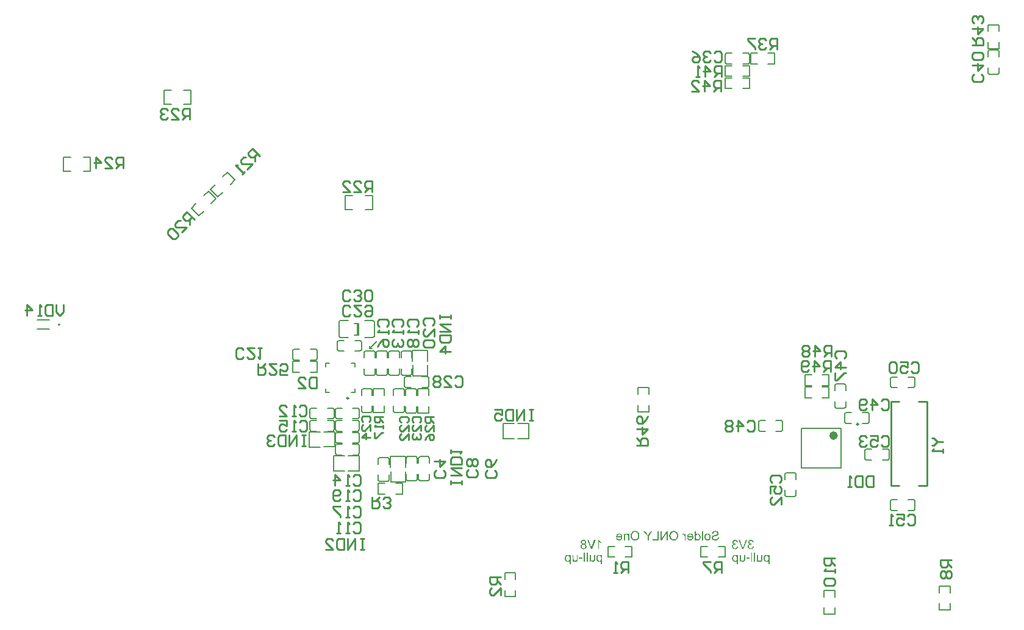
<source format=gbo>
G04*
G04 #@! TF.GenerationSoftware,Altium Limited,Altium Designer,19.1.8 (144)*
G04*
G04 Layer_Color=32896*
%FSLAX25Y25*%
%MOIN*%
G70*
G01*
G75*
%ADD10C,0.00787*%
%ADD12C,0.00984*%
%ADD13C,0.00630*%
%ADD15C,0.01000*%
%ADD121C,0.02362*%
%ADD237C,0.00906*%
G36*
X341430Y43328D02*
X341510Y43212D01*
X341605Y43095D01*
X341692Y42993D01*
X341780Y42906D01*
X341845Y42833D01*
X341875Y42811D01*
X341896Y42789D01*
X341904Y42782D01*
X341911Y42774D01*
X342064Y42650D01*
X342217Y42534D01*
X342363Y42432D01*
X342509Y42352D01*
X342633Y42279D01*
X342684Y42250D01*
X342727Y42228D01*
X342764Y42206D01*
X342793Y42199D01*
X342808Y42184D01*
X342815D01*
Y41586D01*
X342706Y41630D01*
X342596Y41681D01*
X342487Y41732D01*
X342385Y41783D01*
X342297Y41827D01*
X342225Y41863D01*
X342181Y41892D01*
X342173Y41900D01*
X342166D01*
X342035Y41980D01*
X341918Y42060D01*
X341816Y42133D01*
X341736Y42199D01*
X341663Y42250D01*
X341619Y42293D01*
X341583Y42322D01*
X341576Y42330D01*
Y38386D01*
X340956D01*
Y43452D01*
X341357D01*
X341430Y43328D01*
D02*
G37*
G36*
X337683Y38386D02*
X336983D01*
X335015Y43431D01*
X335693D01*
X337063Y39764D01*
X337122Y39611D01*
X337173Y39465D01*
X337216Y39326D01*
X337253Y39202D01*
X337289Y39093D01*
X337311Y39013D01*
X337318Y38984D01*
X337326Y38962D01*
X337333Y38947D01*
Y38940D01*
X337420Y39232D01*
X337464Y39370D01*
X337508Y39494D01*
X337544Y39603D01*
X337559Y39647D01*
X337566Y39691D01*
X337581Y39720D01*
X337588Y39742D01*
X337595Y39756D01*
Y39764D01*
X338908Y43431D01*
X339636D01*
X337683Y38386D01*
D02*
G37*
G36*
X333141Y43445D02*
X333258Y43438D01*
X333462Y43394D01*
X333557Y43365D01*
X333644Y43336D01*
X333724Y43299D01*
X333797Y43263D01*
X333856Y43226D01*
X333914Y43190D01*
X333965Y43161D01*
X334001Y43132D01*
X334031Y43110D01*
X334052Y43088D01*
X334067Y43081D01*
X334074Y43073D01*
X334140Y43000D01*
X334206Y42928D01*
X334257Y42847D01*
X334300Y42767D01*
X334373Y42614D01*
X334417Y42468D01*
X334446Y42344D01*
X334453Y42286D01*
X334461Y42242D01*
X334468Y42199D01*
Y42169D01*
Y42155D01*
Y42147D01*
X334461Y42016D01*
X334439Y41892D01*
X334410Y41783D01*
X334373Y41688D01*
X334344Y41615D01*
X334315Y41557D01*
X334293Y41528D01*
X334286Y41513D01*
X334206Y41426D01*
X334118Y41346D01*
X334023Y41273D01*
X333928Y41214D01*
X333841Y41171D01*
X333775Y41141D01*
X333746Y41127D01*
X333724Y41120D01*
X333717Y41112D01*
X333710D01*
X333877Y41061D01*
X334016Y40996D01*
X334140Y40916D01*
X334242Y40843D01*
X334322Y40770D01*
X334380Y40711D01*
X334410Y40675D01*
X334424Y40668D01*
Y40660D01*
X334504Y40529D01*
X334570Y40391D01*
X334614Y40259D01*
X334643Y40128D01*
X334658Y40012D01*
X334665Y39961D01*
Y39917D01*
X334672Y39888D01*
Y39858D01*
Y39844D01*
Y39836D01*
X334665Y39720D01*
X334650Y39603D01*
X334628Y39494D01*
X334599Y39385D01*
X334526Y39202D01*
X334490Y39115D01*
X334446Y39042D01*
X334402Y38969D01*
X334366Y38911D01*
X334322Y38860D01*
X334293Y38816D01*
X334264Y38780D01*
X334242Y38758D01*
X334227Y38743D01*
X334220Y38736D01*
X334133Y38656D01*
X334038Y38590D01*
X333936Y38532D01*
X333834Y38481D01*
X333739Y38444D01*
X333637Y38408D01*
X333440Y38357D01*
X333352Y38335D01*
X333272Y38320D01*
X333199Y38313D01*
X333134Y38306D01*
X333083Y38298D01*
X333010D01*
X332871Y38306D01*
X332748Y38320D01*
X332624Y38342D01*
X332507Y38364D01*
X332405Y38400D01*
X332303Y38437D01*
X332208Y38473D01*
X332128Y38517D01*
X332055Y38561D01*
X331989Y38597D01*
X331938Y38634D01*
X331887Y38670D01*
X331851Y38692D01*
X331829Y38714D01*
X331814Y38728D01*
X331807Y38736D01*
X331727Y38823D01*
X331654Y38911D01*
X331596Y38998D01*
X331545Y39093D01*
X331494Y39180D01*
X331457Y39275D01*
X331406Y39443D01*
X331384Y39523D01*
X331370Y39596D01*
X331362Y39662D01*
X331355Y39713D01*
X331348Y39756D01*
Y39793D01*
Y39815D01*
Y39822D01*
X331355Y39990D01*
X331384Y40143D01*
X331428Y40281D01*
X331472Y40398D01*
X331516Y40493D01*
X331559Y40565D01*
X331588Y40609D01*
X331596Y40617D01*
Y40624D01*
X331698Y40740D01*
X331807Y40843D01*
X331924Y40923D01*
X332033Y40996D01*
X332135Y41047D01*
X332223Y41083D01*
X332252Y41098D01*
X332274Y41105D01*
X332288Y41112D01*
X332295D01*
X332164Y41171D01*
X332055Y41236D01*
X331960Y41302D01*
X331880Y41367D01*
X331822Y41426D01*
X331778Y41469D01*
X331749Y41499D01*
X331741Y41513D01*
X331676Y41615D01*
X331632Y41717D01*
X331596Y41819D01*
X331574Y41921D01*
X331559Y42002D01*
X331552Y42067D01*
Y42111D01*
Y42118D01*
Y42126D01*
X331559Y42228D01*
X331567Y42322D01*
X331617Y42505D01*
X331683Y42665D01*
X331756Y42804D01*
X331829Y42913D01*
X331865Y42957D01*
X331894Y43000D01*
X331924Y43030D01*
X331946Y43051D01*
X331953Y43059D01*
X331960Y43066D01*
X332040Y43132D01*
X332120Y43197D01*
X332208Y43248D01*
X332295Y43292D01*
X332470Y43358D01*
X332645Y43401D01*
X332718Y43423D01*
X332791Y43431D01*
X332857Y43438D01*
X332915Y43445D01*
X332959Y43452D01*
X333025D01*
X333141Y43445D01*
D02*
G37*
G36*
X332478Y33012D02*
X330560D01*
Y33632D01*
X332478D01*
Y33012D01*
D02*
G37*
G36*
X339301Y32888D02*
Y32750D01*
X339294Y32626D01*
X339287Y32531D01*
X339279Y32444D01*
Y32385D01*
X339272Y32342D01*
X339265Y32313D01*
Y32305D01*
X339243Y32210D01*
X339214Y32123D01*
X339185Y32043D01*
X339148Y31977D01*
X339119Y31919D01*
X339097Y31882D01*
X339083Y31853D01*
X339075Y31846D01*
X339017Y31780D01*
X338951Y31722D01*
X338886Y31671D01*
X338813Y31627D01*
X338755Y31591D01*
X338703Y31562D01*
X338674Y31547D01*
X338660Y31540D01*
X338550Y31496D01*
X338448Y31467D01*
X338346Y31445D01*
X338251Y31431D01*
X338171Y31423D01*
X338106Y31416D01*
X338055D01*
X337923Y31423D01*
X337792Y31445D01*
X337676Y31474D01*
X337559Y31511D01*
X337457Y31562D01*
X337362Y31613D01*
X337275Y31664D01*
X337194Y31722D01*
X337122Y31780D01*
X337063Y31831D01*
X337012Y31890D01*
X336968Y31934D01*
X336932Y31970D01*
X336910Y31999D01*
X336895Y32021D01*
X336888Y32028D01*
Y31496D01*
X336334D01*
Y35156D01*
X336954D01*
Y33195D01*
X336961Y33027D01*
X336968Y32881D01*
X336983Y32757D01*
X337005Y32655D01*
X337027Y32575D01*
X337041Y32517D01*
X337049Y32487D01*
X337056Y32473D01*
X337100Y32385D01*
X337151Y32313D01*
X337209Y32247D01*
X337267Y32189D01*
X337318Y32145D01*
X337362Y32116D01*
X337391Y32094D01*
X337406Y32087D01*
X337501Y32043D01*
X337595Y32006D01*
X337683Y31984D01*
X337763Y31963D01*
X337829Y31955D01*
X337880Y31948D01*
X337931D01*
X338033Y31955D01*
X338120Y31970D01*
X338200Y31992D01*
X338266Y32021D01*
X338324Y32043D01*
X338361Y32065D01*
X338390Y32079D01*
X338397Y32087D01*
X338463Y32145D01*
X338514Y32203D01*
X338558Y32269D01*
X338594Y32327D01*
X338616Y32385D01*
X338631Y32429D01*
X338645Y32458D01*
Y32466D01*
X338660Y32546D01*
X338667Y32641D01*
X338674Y32750D01*
Y32859D01*
X338682Y32961D01*
Y33042D01*
Y33078D01*
Y33100D01*
Y33114D01*
Y33122D01*
Y35156D01*
X339301D01*
Y32888D01*
D02*
G37*
G36*
X329897D02*
Y32750D01*
X329890Y32626D01*
X329883Y32531D01*
X329875Y32444D01*
Y32385D01*
X329868Y32342D01*
X329861Y32313D01*
Y32305D01*
X329839Y32210D01*
X329810Y32123D01*
X329781Y32043D01*
X329744Y31977D01*
X329715Y31919D01*
X329693Y31882D01*
X329678Y31853D01*
X329671Y31846D01*
X329613Y31780D01*
X329547Y31722D01*
X329482Y31671D01*
X329409Y31627D01*
X329350Y31591D01*
X329299Y31562D01*
X329270Y31547D01*
X329256Y31540D01*
X329146Y31496D01*
X329044Y31467D01*
X328942Y31445D01*
X328847Y31431D01*
X328767Y31423D01*
X328702Y31416D01*
X328650D01*
X328519Y31423D01*
X328388Y31445D01*
X328272Y31474D01*
X328155Y31511D01*
X328053Y31562D01*
X327958Y31613D01*
X327870Y31664D01*
X327790Y31722D01*
X327717Y31780D01*
X327659Y31831D01*
X327608Y31890D01*
X327564Y31934D01*
X327528Y31970D01*
X327506Y31999D01*
X327491Y32021D01*
X327484Y32028D01*
Y31496D01*
X326930D01*
Y35156D01*
X327550D01*
Y33195D01*
X327557Y33027D01*
X327564Y32881D01*
X327579Y32757D01*
X327601Y32655D01*
X327623Y32575D01*
X327637Y32517D01*
X327644Y32487D01*
X327652Y32473D01*
X327695Y32385D01*
X327747Y32313D01*
X327805Y32247D01*
X327863Y32189D01*
X327914Y32145D01*
X327958Y32116D01*
X327987Y32094D01*
X328002Y32087D01*
X328097Y32043D01*
X328191Y32006D01*
X328279Y31984D01*
X328359Y31963D01*
X328425Y31955D01*
X328476Y31948D01*
X328527D01*
X328629Y31955D01*
X328716Y31970D01*
X328796Y31992D01*
X328862Y32021D01*
X328920Y32043D01*
X328957Y32065D01*
X328986Y32079D01*
X328993Y32087D01*
X329059Y32145D01*
X329110Y32203D01*
X329153Y32269D01*
X329190Y32327D01*
X329212Y32385D01*
X329226Y32429D01*
X329241Y32458D01*
Y32466D01*
X329256Y32546D01*
X329263Y32641D01*
X329270Y32750D01*
Y32859D01*
X329277Y32961D01*
Y33042D01*
Y33078D01*
Y33100D01*
Y33114D01*
Y33122D01*
Y35156D01*
X329897D01*
Y32888D01*
D02*
G37*
G36*
X335379Y31496D02*
X334759D01*
Y36541D01*
X335379D01*
Y31496D01*
D02*
G37*
G36*
X333812D02*
X333192D01*
Y36541D01*
X333812D01*
Y31496D01*
D02*
G37*
G36*
X341722Y35228D02*
X341838Y35214D01*
X341940Y35192D01*
X342028Y35163D01*
X342101Y35134D01*
X342159Y35112D01*
X342188Y35097D01*
X342203Y35090D01*
X342290Y35032D01*
X342378Y34966D01*
X342450Y34901D01*
X342516Y34828D01*
X342574Y34769D01*
X342611Y34718D01*
X342640Y34689D01*
X342647Y34675D01*
Y35156D01*
X343209D01*
Y30096D01*
X342589D01*
Y31875D01*
X342531Y31802D01*
X342465Y31737D01*
X342392Y31678D01*
X342334Y31635D01*
X342276Y31591D01*
X342232Y31562D01*
X342195Y31547D01*
X342188Y31540D01*
X342093Y31496D01*
X341999Y31467D01*
X341904Y31445D01*
X341816Y31431D01*
X341743Y31423D01*
X341685Y31416D01*
X341634D01*
X341481Y31423D01*
X341328Y31452D01*
X341197Y31489D01*
X341073Y31532D01*
X340971Y31576D01*
X340898Y31613D01*
X340869Y31627D01*
X340847Y31642D01*
X340839Y31649D01*
X340832D01*
X340694Y31751D01*
X340577Y31861D01*
X340475Y31970D01*
X340395Y32079D01*
X340329Y32181D01*
X340278Y32261D01*
X340264Y32291D01*
X340249Y32313D01*
X340242Y32327D01*
Y32334D01*
X340176Y32509D01*
X340125Y32684D01*
X340089Y32852D01*
X340059Y33012D01*
X340045Y33144D01*
Y33202D01*
X340037Y33253D01*
Y33297D01*
Y33326D01*
Y33340D01*
Y33348D01*
X340045Y33537D01*
X340067Y33720D01*
X340096Y33880D01*
X340132Y34026D01*
X340169Y34142D01*
X340183Y34193D01*
X340198Y34237D01*
X340212Y34266D01*
X340220Y34288D01*
X340227Y34303D01*
Y34310D01*
X340300Y34463D01*
X340387Y34602D01*
X340475Y34718D01*
X340562Y34813D01*
X340643Y34886D01*
X340708Y34944D01*
X340752Y34973D01*
X340759Y34988D01*
X340767D01*
X340905Y35068D01*
X341043Y35134D01*
X341182Y35177D01*
X341313Y35207D01*
X341423Y35221D01*
X341474Y35228D01*
X341510Y35236D01*
X341590D01*
X341722Y35228D01*
D02*
G37*
G36*
X324473D02*
X324590Y35214D01*
X324692Y35192D01*
X324780Y35163D01*
X324852Y35134D01*
X324911Y35112D01*
X324940Y35097D01*
X324955Y35090D01*
X325042Y35032D01*
X325130Y34966D01*
X325202Y34901D01*
X325268Y34828D01*
X325326Y34769D01*
X325363Y34718D01*
X325392Y34689D01*
X325399Y34675D01*
Y35156D01*
X325960D01*
Y30096D01*
X325341D01*
Y31875D01*
X325283Y31802D01*
X325217Y31737D01*
X325144Y31678D01*
X325086Y31635D01*
X325027Y31591D01*
X324984Y31562D01*
X324947Y31547D01*
X324940Y31540D01*
X324845Y31496D01*
X324750Y31467D01*
X324656Y31445D01*
X324568Y31431D01*
X324495Y31423D01*
X324437Y31416D01*
X324386D01*
X324233Y31423D01*
X324080Y31452D01*
X323949Y31489D01*
X323825Y31532D01*
X323723Y31576D01*
X323650Y31613D01*
X323620Y31627D01*
X323599Y31642D01*
X323591Y31649D01*
X323584D01*
X323446Y31751D01*
X323329Y31861D01*
X323227Y31970D01*
X323147Y32079D01*
X323081Y32181D01*
X323030Y32261D01*
X323015Y32291D01*
X323001Y32313D01*
X322993Y32327D01*
Y32334D01*
X322928Y32509D01*
X322877Y32684D01*
X322840Y32852D01*
X322811Y33012D01*
X322797Y33144D01*
Y33202D01*
X322789Y33253D01*
Y33297D01*
Y33326D01*
Y33340D01*
Y33348D01*
X322797Y33537D01*
X322818Y33720D01*
X322848Y33880D01*
X322884Y34026D01*
X322921Y34142D01*
X322935Y34193D01*
X322950Y34237D01*
X322964Y34266D01*
X322972Y34288D01*
X322979Y34303D01*
Y34310D01*
X323052Y34463D01*
X323139Y34602D01*
X323227Y34718D01*
X323314Y34813D01*
X323394Y34886D01*
X323460Y34944D01*
X323504Y34973D01*
X323511Y34988D01*
X323518D01*
X323657Y35068D01*
X323795Y35134D01*
X323934Y35177D01*
X324065Y35207D01*
X324174Y35221D01*
X324225Y35228D01*
X324262Y35236D01*
X324342D01*
X324473Y35228D01*
D02*
G37*
G36*
X423915Y33012D02*
X421997D01*
Y33632D01*
X423915D01*
Y33012D01*
D02*
G37*
G36*
X430738Y32888D02*
Y32750D01*
X430731Y32626D01*
X430724Y32531D01*
X430716Y32444D01*
Y32385D01*
X430709Y32342D01*
X430702Y32313D01*
Y32305D01*
X430680Y32210D01*
X430651Y32123D01*
X430622Y32043D01*
X430585Y31977D01*
X430556Y31919D01*
X430534Y31882D01*
X430519Y31853D01*
X430512Y31846D01*
X430454Y31780D01*
X430388Y31722D01*
X430323Y31671D01*
X430250Y31627D01*
X430192Y31591D01*
X430140Y31562D01*
X430111Y31547D01*
X430097Y31540D01*
X429987Y31496D01*
X429885Y31467D01*
X429783Y31445D01*
X429689Y31431D01*
X429608Y31423D01*
X429543Y31416D01*
X429492D01*
X429360Y31423D01*
X429229Y31445D01*
X429113Y31474D01*
X428996Y31511D01*
X428894Y31562D01*
X428799Y31613D01*
X428712Y31664D01*
X428631Y31722D01*
X428558Y31780D01*
X428500Y31831D01*
X428449Y31890D01*
X428405Y31934D01*
X428369Y31970D01*
X428347Y31999D01*
X428333Y32021D01*
X428325Y32028D01*
Y31496D01*
X427771D01*
Y35156D01*
X428391D01*
Y33195D01*
X428398Y33027D01*
X428405Y32881D01*
X428420Y32757D01*
X428442Y32655D01*
X428464Y32575D01*
X428478Y32517D01*
X428486Y32487D01*
X428493Y32473D01*
X428537Y32385D01*
X428588Y32313D01*
X428646Y32247D01*
X428704Y32189D01*
X428755Y32145D01*
X428799Y32116D01*
X428828Y32094D01*
X428843Y32087D01*
X428938Y32043D01*
X429032Y32006D01*
X429120Y31984D01*
X429200Y31963D01*
X429266Y31955D01*
X429317Y31948D01*
X429368D01*
X429470Y31955D01*
X429557Y31970D01*
X429637Y31992D01*
X429703Y32021D01*
X429761Y32043D01*
X429798Y32065D01*
X429827Y32079D01*
X429834Y32087D01*
X429900Y32145D01*
X429951Y32203D01*
X429995Y32269D01*
X430031Y32327D01*
X430053Y32385D01*
X430068Y32429D01*
X430082Y32458D01*
Y32466D01*
X430097Y32546D01*
X430104Y32641D01*
X430111Y32750D01*
Y32859D01*
X430119Y32961D01*
Y33042D01*
Y33078D01*
Y33100D01*
Y33114D01*
Y33122D01*
Y35156D01*
X430738D01*
Y32888D01*
D02*
G37*
G36*
X421334D02*
Y32750D01*
X421327Y32626D01*
X421319Y32531D01*
X421312Y32444D01*
Y32385D01*
X421305Y32342D01*
X421298Y32313D01*
Y32305D01*
X421276Y32210D01*
X421247Y32123D01*
X421217Y32043D01*
X421181Y31977D01*
X421152Y31919D01*
X421130Y31882D01*
X421115Y31853D01*
X421108Y31846D01*
X421050Y31780D01*
X420984Y31722D01*
X420919Y31671D01*
X420846Y31627D01*
X420787Y31591D01*
X420736Y31562D01*
X420707Y31547D01*
X420693Y31540D01*
X420583Y31496D01*
X420481Y31467D01*
X420379Y31445D01*
X420284Y31431D01*
X420204Y31423D01*
X420139Y31416D01*
X420087D01*
X419956Y31423D01*
X419825Y31445D01*
X419708Y31474D01*
X419592Y31511D01*
X419490Y31562D01*
X419395Y31613D01*
X419308Y31664D01*
X419227Y31722D01*
X419154Y31780D01*
X419096Y31831D01*
X419045Y31890D01*
X419001Y31934D01*
X418965Y31970D01*
X418943Y31999D01*
X418928Y32021D01*
X418921Y32028D01*
Y31496D01*
X418367D01*
Y35156D01*
X418987D01*
Y33195D01*
X418994Y33027D01*
X419001Y32881D01*
X419016Y32757D01*
X419038Y32655D01*
X419060Y32575D01*
X419074Y32517D01*
X419081Y32487D01*
X419089Y32473D01*
X419133Y32385D01*
X419184Y32313D01*
X419242Y32247D01*
X419300Y32189D01*
X419351Y32145D01*
X419395Y32116D01*
X419424Y32094D01*
X419439Y32087D01*
X419533Y32043D01*
X419628Y32006D01*
X419716Y31984D01*
X419796Y31963D01*
X419862Y31955D01*
X419913Y31948D01*
X419964D01*
X420066Y31955D01*
X420153Y31970D01*
X420233Y31992D01*
X420299Y32021D01*
X420357Y32043D01*
X420394Y32065D01*
X420423Y32079D01*
X420430Y32087D01*
X420496Y32145D01*
X420547Y32203D01*
X420590Y32269D01*
X420627Y32327D01*
X420649Y32385D01*
X420663Y32429D01*
X420678Y32458D01*
Y32466D01*
X420693Y32546D01*
X420700Y32641D01*
X420707Y32750D01*
Y32859D01*
X420715Y32961D01*
Y33042D01*
Y33078D01*
Y33100D01*
Y33114D01*
Y33122D01*
Y35156D01*
X421334D01*
Y32888D01*
D02*
G37*
G36*
X426816Y31496D02*
X426197D01*
Y36541D01*
X426816D01*
Y31496D01*
D02*
G37*
G36*
X425249D02*
X424629D01*
Y36541D01*
X425249D01*
Y31496D01*
D02*
G37*
G36*
X433158Y35228D02*
X433275Y35214D01*
X433377Y35192D01*
X433465Y35163D01*
X433538Y35134D01*
X433596Y35112D01*
X433625Y35097D01*
X433640Y35090D01*
X433727Y35032D01*
X433815Y34966D01*
X433887Y34901D01*
X433953Y34828D01*
X434011Y34769D01*
X434048Y34718D01*
X434077Y34689D01*
X434084Y34675D01*
Y35156D01*
X434646D01*
Y30096D01*
X434026D01*
Y31875D01*
X433968Y31802D01*
X433902Y31737D01*
X433829Y31678D01*
X433771Y31635D01*
X433713Y31591D01*
X433669Y31562D01*
X433632Y31547D01*
X433625Y31540D01*
X433530Y31496D01*
X433435Y31467D01*
X433341Y31445D01*
X433253Y31431D01*
X433180Y31423D01*
X433122Y31416D01*
X433071D01*
X432918Y31423D01*
X432765Y31452D01*
X432634Y31489D01*
X432510Y31532D01*
X432408Y31576D01*
X432335Y31613D01*
X432306Y31627D01*
X432284Y31642D01*
X432276Y31649D01*
X432269D01*
X432131Y31751D01*
X432014Y31861D01*
X431912Y31970D01*
X431832Y32079D01*
X431766Y32181D01*
X431715Y32261D01*
X431701Y32291D01*
X431686Y32313D01*
X431679Y32327D01*
Y32334D01*
X431613Y32509D01*
X431562Y32684D01*
X431526Y32852D01*
X431496Y33012D01*
X431482Y33144D01*
Y33202D01*
X431474Y33253D01*
Y33297D01*
Y33326D01*
Y33340D01*
Y33348D01*
X431482Y33537D01*
X431504Y33720D01*
X431533Y33880D01*
X431569Y34026D01*
X431606Y34142D01*
X431620Y34193D01*
X431635Y34237D01*
X431649Y34266D01*
X431657Y34288D01*
X431664Y34303D01*
Y34310D01*
X431737Y34463D01*
X431824Y34602D01*
X431912Y34718D01*
X431999Y34813D01*
X432080Y34886D01*
X432145Y34944D01*
X432189Y34973D01*
X432196Y34988D01*
X432203D01*
X432342Y35068D01*
X432480Y35134D01*
X432619Y35177D01*
X432750Y35207D01*
X432860Y35221D01*
X432911Y35228D01*
X432947Y35236D01*
X433027D01*
X433158Y35228D01*
D02*
G37*
G36*
X415910D02*
X416027Y35214D01*
X416129Y35192D01*
X416217Y35163D01*
X416290Y35134D01*
X416348Y35112D01*
X416377Y35097D01*
X416392Y35090D01*
X416479Y35032D01*
X416567Y34966D01*
X416639Y34901D01*
X416705Y34828D01*
X416763Y34769D01*
X416800Y34718D01*
X416829Y34689D01*
X416836Y34675D01*
Y35156D01*
X417397D01*
Y30096D01*
X416778D01*
Y31875D01*
X416720Y31802D01*
X416654Y31737D01*
X416581Y31678D01*
X416523Y31635D01*
X416464Y31591D01*
X416421Y31562D01*
X416384Y31547D01*
X416377Y31540D01*
X416282Y31496D01*
X416187Y31467D01*
X416093Y31445D01*
X416005Y31431D01*
X415932Y31423D01*
X415874Y31416D01*
X415823D01*
X415670Y31423D01*
X415517Y31452D01*
X415385Y31489D01*
X415262Y31532D01*
X415160Y31576D01*
X415087Y31613D01*
X415057Y31627D01*
X415036Y31642D01*
X415028Y31649D01*
X415021D01*
X414883Y31751D01*
X414766Y31861D01*
X414664Y31970D01*
X414584Y32079D01*
X414518Y32181D01*
X414467Y32261D01*
X414452Y32291D01*
X414438Y32313D01*
X414431Y32327D01*
Y32334D01*
X414365Y32509D01*
X414314Y32684D01*
X414277Y32852D01*
X414248Y33012D01*
X414234Y33144D01*
Y33202D01*
X414226Y33253D01*
Y33297D01*
Y33326D01*
Y33340D01*
Y33348D01*
X414234Y33537D01*
X414256Y33720D01*
X414285Y33880D01*
X414321Y34026D01*
X414358Y34142D01*
X414372Y34193D01*
X414387Y34237D01*
X414401Y34266D01*
X414409Y34288D01*
X414416Y34303D01*
Y34310D01*
X414489Y34463D01*
X414576Y34602D01*
X414664Y34718D01*
X414751Y34813D01*
X414831Y34886D01*
X414897Y34944D01*
X414941Y34973D01*
X414948Y34988D01*
X414955D01*
X415094Y35068D01*
X415232Y35134D01*
X415371Y35177D01*
X415502Y35207D01*
X415612Y35221D01*
X415662Y35228D01*
X415699Y35236D01*
X415779D01*
X415910Y35228D01*
D02*
G37*
G36*
X424719Y43438D02*
X424916Y43401D01*
X425084Y43343D01*
X425230Y43285D01*
X425295Y43248D01*
X425346Y43219D01*
X425397Y43190D01*
X425434Y43161D01*
X425463Y43139D01*
X425485Y43124D01*
X425499Y43117D01*
X425507Y43110D01*
X425645Y42971D01*
X425755Y42818D01*
X425842Y42658D01*
X425915Y42497D01*
X425959Y42359D01*
X425981Y42301D01*
X425995Y42250D01*
X426003Y42206D01*
X426010Y42177D01*
X426017Y42155D01*
Y42147D01*
X425397Y42038D01*
X425368Y42199D01*
X425324Y42337D01*
X425274Y42454D01*
X425222Y42548D01*
X425171Y42621D01*
X425128Y42672D01*
X425099Y42709D01*
X425091Y42716D01*
X424997Y42789D01*
X424894Y42847D01*
X424800Y42884D01*
X424705Y42913D01*
X424617Y42928D01*
X424552Y42942D01*
X424494D01*
X424362Y42935D01*
X424246Y42906D01*
X424144Y42869D01*
X424056Y42833D01*
X423990Y42789D01*
X423939Y42753D01*
X423903Y42723D01*
X423896Y42716D01*
X423815Y42629D01*
X423757Y42534D01*
X423721Y42439D01*
X423692Y42352D01*
X423677Y42271D01*
X423662Y42213D01*
Y42169D01*
Y42162D01*
Y42155D01*
Y42075D01*
X423677Y42002D01*
X423713Y41878D01*
X423765Y41768D01*
X423823Y41674D01*
X423881Y41608D01*
X423932Y41557D01*
X423969Y41528D01*
X423976Y41521D01*
X423983D01*
X424107Y41455D01*
X424224Y41404D01*
X424348Y41367D01*
X424457Y41346D01*
X424552Y41331D01*
X424632Y41316D01*
X424727D01*
X424756Y41324D01*
X424792D01*
X424865Y40777D01*
X424770Y40799D01*
X424683Y40813D01*
X424610Y40828D01*
X424544Y40835D01*
X424494Y40843D01*
X424428D01*
X424275Y40828D01*
X424136Y40799D01*
X424012Y40755D01*
X423910Y40704D01*
X423830Y40653D01*
X423772Y40609D01*
X423735Y40580D01*
X423721Y40565D01*
X423626Y40456D01*
X423553Y40340D01*
X423502Y40223D01*
X423473Y40106D01*
X423451Y40012D01*
X423444Y39931D01*
X423436Y39902D01*
Y39880D01*
Y39866D01*
Y39858D01*
X423451Y39698D01*
X423487Y39552D01*
X423531Y39428D01*
X423590Y39319D01*
X423648Y39232D01*
X423692Y39166D01*
X423728Y39122D01*
X423743Y39107D01*
X423859Y39006D01*
X423983Y38933D01*
X424107Y38881D01*
X424224Y38845D01*
X424326Y38823D01*
X424406Y38816D01*
X424435Y38809D01*
X424479D01*
X424610Y38816D01*
X424734Y38845D01*
X424843Y38881D01*
X424931Y38925D01*
X425004Y38962D01*
X425062Y38998D01*
X425091Y39027D01*
X425106Y39035D01*
X425193Y39137D01*
X425266Y39253D01*
X425332Y39377D01*
X425383Y39509D01*
X425419Y39618D01*
X425434Y39669D01*
X425441Y39713D01*
X425448Y39749D01*
X425456Y39778D01*
X425463Y39793D01*
Y39800D01*
X426083Y39720D01*
X426068Y39603D01*
X426046Y39494D01*
X425981Y39290D01*
X425900Y39115D01*
X425857Y39042D01*
X425813Y38969D01*
X425769Y38903D01*
X425726Y38852D01*
X425689Y38801D01*
X425653Y38765D01*
X425631Y38736D01*
X425609Y38714D01*
X425594Y38699D01*
X425587Y38692D01*
X425499Y38626D01*
X425412Y38561D01*
X425324Y38510D01*
X425230Y38466D01*
X425047Y38393D01*
X424872Y38349D01*
X424792Y38335D01*
X424719Y38320D01*
X424654Y38313D01*
X424595Y38306D01*
X424552Y38298D01*
X424486D01*
X424348Y38306D01*
X424224Y38320D01*
X424100Y38342D01*
X423983Y38371D01*
X423874Y38408D01*
X423779Y38444D01*
X423684Y38488D01*
X423604Y38532D01*
X423524Y38568D01*
X423458Y38612D01*
X423400Y38648D01*
X423356Y38685D01*
X423320Y38714D01*
X423291Y38736D01*
X423276Y38750D01*
X423269Y38758D01*
X423181Y38845D01*
X423108Y38940D01*
X423043Y39035D01*
X422984Y39129D01*
X422941Y39217D01*
X422897Y39312D01*
X422839Y39487D01*
X422824Y39567D01*
X422810Y39640D01*
X422795Y39705D01*
X422788Y39764D01*
X422780Y39807D01*
Y39844D01*
Y39866D01*
Y39873D01*
X422788Y40048D01*
X422817Y40208D01*
X422860Y40347D01*
X422904Y40464D01*
X422948Y40558D01*
X422992Y40631D01*
X423021Y40675D01*
X423028Y40690D01*
X423130Y40799D01*
X423240Y40894D01*
X423356Y40966D01*
X423473Y41025D01*
X423575Y41069D01*
X423655Y41098D01*
X423684Y41105D01*
X423706Y41112D01*
X423721Y41120D01*
X423728D01*
X423604Y41185D01*
X423502Y41251D01*
X423415Y41324D01*
X423342Y41389D01*
X423283Y41448D01*
X423240Y41499D01*
X423218Y41528D01*
X423210Y41542D01*
X423152Y41644D01*
X423108Y41747D01*
X423072Y41849D01*
X423050Y41943D01*
X423035Y42024D01*
X423028Y42082D01*
Y42126D01*
Y42140D01*
X423035Y42264D01*
X423057Y42388D01*
X423087Y42497D01*
X423123Y42592D01*
X423159Y42672D01*
X423189Y42738D01*
X423210Y42774D01*
X423218Y42789D01*
X423291Y42898D01*
X423378Y42993D01*
X423466Y43073D01*
X423553Y43146D01*
X423626Y43197D01*
X423692Y43241D01*
X423735Y43263D01*
X423743Y43270D01*
X423750D01*
X423881Y43328D01*
X424012Y43372D01*
X424144Y43409D01*
X424260Y43431D01*
X424355Y43445D01*
X424435Y43452D01*
X424617D01*
X424719Y43438D01*
D02*
G37*
G36*
X416095D02*
X416292Y43401D01*
X416460Y43343D01*
X416606Y43285D01*
X416671Y43248D01*
X416722Y43219D01*
X416773Y43190D01*
X416810Y43161D01*
X416839Y43139D01*
X416861Y43124D01*
X416875Y43117D01*
X416883Y43110D01*
X417021Y42971D01*
X417131Y42818D01*
X417218Y42658D01*
X417291Y42497D01*
X417335Y42359D01*
X417356Y42301D01*
X417371Y42250D01*
X417378Y42206D01*
X417386Y42177D01*
X417393Y42155D01*
Y42147D01*
X416773Y42038D01*
X416744Y42199D01*
X416701Y42337D01*
X416649Y42454D01*
X416598Y42548D01*
X416547Y42621D01*
X416504Y42672D01*
X416474Y42709D01*
X416467Y42716D01*
X416372Y42789D01*
X416270Y42847D01*
X416176Y42884D01*
X416081Y42913D01*
X415993Y42928D01*
X415928Y42942D01*
X415869D01*
X415738Y42935D01*
X415622Y42906D01*
X415520Y42869D01*
X415432Y42833D01*
X415366Y42789D01*
X415315Y42753D01*
X415279Y42723D01*
X415272Y42716D01*
X415191Y42629D01*
X415133Y42534D01*
X415097Y42439D01*
X415067Y42352D01*
X415053Y42271D01*
X415038Y42213D01*
Y42169D01*
Y42162D01*
Y42155D01*
Y42075D01*
X415053Y42002D01*
X415089Y41878D01*
X415140Y41768D01*
X415199Y41674D01*
X415257Y41608D01*
X415308Y41557D01*
X415344Y41528D01*
X415352Y41521D01*
X415359D01*
X415483Y41455D01*
X415600Y41404D01*
X415724Y41367D01*
X415833Y41346D01*
X415928Y41331D01*
X416008Y41316D01*
X416103D01*
X416132Y41324D01*
X416168D01*
X416241Y40777D01*
X416146Y40799D01*
X416059Y40813D01*
X415986Y40828D01*
X415920Y40835D01*
X415869Y40843D01*
X415804D01*
X415651Y40828D01*
X415512Y40799D01*
X415388Y40755D01*
X415286Y40704D01*
X415206Y40653D01*
X415148Y40609D01*
X415111Y40580D01*
X415097Y40565D01*
X415002Y40456D01*
X414929Y40340D01*
X414878Y40223D01*
X414849Y40106D01*
X414827Y40012D01*
X414820Y39931D01*
X414812Y39902D01*
Y39880D01*
Y39866D01*
Y39858D01*
X414827Y39698D01*
X414863Y39552D01*
X414907Y39428D01*
X414965Y39319D01*
X415024Y39232D01*
X415067Y39166D01*
X415104Y39122D01*
X415119Y39107D01*
X415235Y39006D01*
X415359Y38933D01*
X415483Y38881D01*
X415600Y38845D01*
X415702Y38823D01*
X415782Y38816D01*
X415811Y38809D01*
X415855D01*
X415986Y38816D01*
X416110Y38845D01*
X416219Y38881D01*
X416307Y38925D01*
X416380Y38962D01*
X416438Y38998D01*
X416467Y39027D01*
X416482Y39035D01*
X416569Y39137D01*
X416642Y39253D01*
X416708Y39377D01*
X416759Y39509D01*
X416795Y39618D01*
X416810Y39669D01*
X416817Y39713D01*
X416824Y39749D01*
X416832Y39778D01*
X416839Y39793D01*
Y39800D01*
X417459Y39720D01*
X417444Y39603D01*
X417422Y39494D01*
X417356Y39290D01*
X417276Y39115D01*
X417233Y39042D01*
X417189Y38969D01*
X417145Y38903D01*
X417101Y38852D01*
X417065Y38801D01*
X417029Y38765D01*
X417007Y38736D01*
X416985Y38714D01*
X416970Y38699D01*
X416963Y38692D01*
X416875Y38626D01*
X416788Y38561D01*
X416701Y38510D01*
X416606Y38466D01*
X416423Y38393D01*
X416249Y38349D01*
X416168Y38335D01*
X416095Y38320D01*
X416030Y38313D01*
X415972Y38306D01*
X415928Y38298D01*
X415862D01*
X415724Y38306D01*
X415600Y38320D01*
X415476Y38342D01*
X415359Y38371D01*
X415250Y38408D01*
X415155Y38444D01*
X415060Y38488D01*
X414980Y38532D01*
X414900Y38568D01*
X414834Y38612D01*
X414776Y38648D01*
X414732Y38685D01*
X414696Y38714D01*
X414667Y38736D01*
X414652Y38750D01*
X414645Y38758D01*
X414557Y38845D01*
X414484Y38940D01*
X414419Y39035D01*
X414360Y39129D01*
X414317Y39217D01*
X414273Y39312D01*
X414215Y39487D01*
X414200Y39567D01*
X414185Y39640D01*
X414171Y39705D01*
X414163Y39764D01*
X414156Y39807D01*
Y39844D01*
Y39866D01*
Y39873D01*
X414163Y40048D01*
X414193Y40208D01*
X414236Y40347D01*
X414280Y40464D01*
X414324Y40558D01*
X414368Y40631D01*
X414397Y40675D01*
X414404Y40690D01*
X414506Y40799D01*
X414615Y40894D01*
X414732Y40966D01*
X414849Y41025D01*
X414951Y41069D01*
X415031Y41098D01*
X415060Y41105D01*
X415082Y41112D01*
X415097Y41120D01*
X415104D01*
X414980Y41185D01*
X414878Y41251D01*
X414790Y41324D01*
X414718Y41389D01*
X414659Y41448D01*
X414615Y41499D01*
X414594Y41528D01*
X414586Y41542D01*
X414528Y41644D01*
X414484Y41747D01*
X414448Y41849D01*
X414426Y41943D01*
X414411Y42024D01*
X414404Y42082D01*
Y42126D01*
Y42140D01*
X414411Y42264D01*
X414433Y42388D01*
X414462Y42497D01*
X414499Y42592D01*
X414535Y42672D01*
X414565Y42738D01*
X414586Y42774D01*
X414594Y42789D01*
X414667Y42898D01*
X414754Y42993D01*
X414842Y43073D01*
X414929Y43146D01*
X415002Y43197D01*
X415067Y43241D01*
X415111Y43263D01*
X415119Y43270D01*
X415126D01*
X415257Y43328D01*
X415388Y43372D01*
X415520Y43409D01*
X415636Y43431D01*
X415731Y43445D01*
X415811Y43452D01*
X415993D01*
X416095Y43438D01*
D02*
G37*
G36*
X420484Y38386D02*
X419784D01*
X417816Y43431D01*
X418494D01*
X419864Y39764D01*
X419923Y39611D01*
X419974Y39465D01*
X420017Y39326D01*
X420054Y39202D01*
X420090Y39093D01*
X420112Y39013D01*
X420119Y38984D01*
X420127Y38962D01*
X420134Y38947D01*
Y38940D01*
X420222Y39232D01*
X420265Y39370D01*
X420309Y39494D01*
X420345Y39603D01*
X420360Y39647D01*
X420367Y39691D01*
X420382Y39720D01*
X420389Y39742D01*
X420397Y39756D01*
Y39764D01*
X421709Y43431D01*
X422438D01*
X420484Y38386D01*
D02*
G37*
G36*
X368610Y45345D02*
Y43209D01*
X367939D01*
Y45345D01*
X365927Y48253D01*
X366707D01*
X367677Y46766D01*
X367793Y46584D01*
X367903Y46416D01*
X367998Y46263D01*
X368078Y46132D01*
X368143Y46023D01*
X368173Y45979D01*
X368195Y45942D01*
X368216Y45913D01*
X368231Y45891D01*
X368238Y45877D01*
Y45869D01*
X368326Y46030D01*
X368420Y46183D01*
X368508Y46329D01*
X368588Y46460D01*
X368654Y46569D01*
X368683Y46613D01*
X368712Y46650D01*
X368727Y46679D01*
X368741Y46701D01*
X368756Y46715D01*
Y46722D01*
X369747Y48253D01*
X370556D01*
X368610Y45345D01*
D02*
G37*
G36*
X379042Y43209D02*
X378400D01*
Y47167D01*
X375762Y43209D01*
X375069D01*
Y48253D01*
X375710D01*
Y44288D01*
X378357Y48253D01*
X379042D01*
Y43209D01*
D02*
G37*
G36*
X391471Y46941D02*
X391603Y46927D01*
X391727Y46905D01*
X391843Y46868D01*
X391953Y46832D01*
X392055Y46788D01*
X392149Y46744D01*
X392230Y46693D01*
X392310Y46650D01*
X392375Y46599D01*
X392434Y46555D01*
X392477Y46518D01*
X392514Y46482D01*
X392543Y46460D01*
X392558Y46445D01*
X392565Y46438D01*
X392645Y46336D01*
X392718Y46227D01*
X392784Y46117D01*
X392842Y46001D01*
X392886Y45877D01*
X392922Y45760D01*
X392981Y45527D01*
X393002Y45425D01*
X393017Y45323D01*
X393024Y45235D01*
X393032Y45155D01*
X393039Y45090D01*
Y45046D01*
Y45009D01*
Y45002D01*
X393032Y44842D01*
X393017Y44688D01*
X392995Y44543D01*
X392966Y44412D01*
X392929Y44288D01*
X392893Y44171D01*
X392849Y44069D01*
X392806Y43974D01*
X392762Y43894D01*
X392718Y43821D01*
X392682Y43763D01*
X392645Y43712D01*
X392616Y43668D01*
X392594Y43639D01*
X392580Y43624D01*
X392572Y43617D01*
X392477Y43529D01*
X392383Y43457D01*
X392281Y43391D01*
X392171Y43333D01*
X392069Y43289D01*
X391960Y43245D01*
X391756Y43187D01*
X391661Y43172D01*
X391574Y43158D01*
X391493Y43143D01*
X391428Y43136D01*
X391377Y43128D01*
X391297D01*
X391071Y43143D01*
X390866Y43180D01*
X390684Y43223D01*
X390611Y43252D01*
X390538Y43282D01*
X390473Y43311D01*
X390414Y43340D01*
X390371Y43362D01*
X390327Y43384D01*
X390298Y43406D01*
X390276Y43420D01*
X390261Y43435D01*
X390254D01*
X390108Y43566D01*
X389992Y43704D01*
X389890Y43850D01*
X389817Y43989D01*
X389758Y44113D01*
X389736Y44171D01*
X389715Y44215D01*
X389700Y44258D01*
X389693Y44288D01*
X389685Y44302D01*
Y44309D01*
X390327Y44390D01*
X390385Y44251D01*
X390451Y44135D01*
X390516Y44032D01*
X390575Y43952D01*
X390626Y43894D01*
X390669Y43850D01*
X390706Y43821D01*
X390713Y43814D01*
X390808Y43755D01*
X390903Y43712D01*
X391005Y43683D01*
X391092Y43661D01*
X391173Y43646D01*
X391238Y43639D01*
X391297D01*
X391384Y43646D01*
X391464Y43653D01*
X391610Y43690D01*
X391741Y43741D01*
X391858Y43799D01*
X391945Y43850D01*
X392011Y43901D01*
X392055Y43938D01*
X392062Y43952D01*
X392069D01*
X392171Y44083D01*
X392251Y44229D01*
X392310Y44390D01*
X392354Y44535D01*
X392375Y44667D01*
X392390Y44725D01*
X392397Y44776D01*
Y44820D01*
X392405Y44849D01*
Y44871D01*
Y44878D01*
X389671D01*
X389664Y44951D01*
Y45002D01*
Y45031D01*
Y45039D01*
X389671Y45206D01*
X389685Y45359D01*
X389707Y45505D01*
X389736Y45643D01*
X389773Y45768D01*
X389809Y45884D01*
X389853Y45986D01*
X389897Y46081D01*
X389941Y46168D01*
X389984Y46241D01*
X390021Y46300D01*
X390057Y46351D01*
X390086Y46394D01*
X390108Y46424D01*
X390123Y46438D01*
X390130Y46445D01*
X390217Y46533D01*
X390312Y46613D01*
X390414Y46679D01*
X390516Y46737D01*
X390618Y46788D01*
X390713Y46824D01*
X390815Y46861D01*
X390903Y46883D01*
X390998Y46905D01*
X391078Y46919D01*
X391151Y46934D01*
X391209Y46941D01*
X391260Y46948D01*
X391333D01*
X391471Y46941D01*
D02*
G37*
G36*
X352681D02*
X352813Y46927D01*
X352937Y46905D01*
X353053Y46868D01*
X353163Y46832D01*
X353264Y46788D01*
X353359Y46744D01*
X353439Y46693D01*
X353520Y46650D01*
X353585Y46599D01*
X353644Y46555D01*
X353687Y46518D01*
X353724Y46482D01*
X353753Y46460D01*
X353767Y46445D01*
X353775Y46438D01*
X353855Y46336D01*
X353928Y46227D01*
X353994Y46117D01*
X354052Y46001D01*
X354096Y45877D01*
X354132Y45760D01*
X354190Y45527D01*
X354212Y45425D01*
X354227Y45323D01*
X354234Y45235D01*
X354241Y45155D01*
X354249Y45090D01*
Y45046D01*
Y45009D01*
Y45002D01*
X354241Y44842D01*
X354227Y44688D01*
X354205Y44543D01*
X354176Y44412D01*
X354139Y44288D01*
X354103Y44171D01*
X354059Y44069D01*
X354015Y43974D01*
X353972Y43894D01*
X353928Y43821D01*
X353891Y43763D01*
X353855Y43712D01*
X353826Y43668D01*
X353804Y43639D01*
X353789Y43624D01*
X353782Y43617D01*
X353687Y43529D01*
X353593Y43457D01*
X353490Y43391D01*
X353381Y43333D01*
X353279Y43289D01*
X353170Y43245D01*
X352966Y43187D01*
X352871Y43172D01*
X352783Y43158D01*
X352703Y43143D01*
X352638Y43136D01*
X352587Y43128D01*
X352506D01*
X352280Y43143D01*
X352076Y43180D01*
X351894Y43223D01*
X351821Y43252D01*
X351748Y43282D01*
X351683Y43311D01*
X351624Y43340D01*
X351581Y43362D01*
X351537Y43384D01*
X351508Y43406D01*
X351486Y43420D01*
X351471Y43435D01*
X351464D01*
X351318Y43566D01*
X351202Y43704D01*
X351099Y43850D01*
X351027Y43989D01*
X350968Y44113D01*
X350946Y44171D01*
X350924Y44215D01*
X350910Y44258D01*
X350903Y44288D01*
X350895Y44302D01*
Y44309D01*
X351537Y44390D01*
X351595Y44251D01*
X351661Y44135D01*
X351726Y44032D01*
X351785Y43952D01*
X351836Y43894D01*
X351879Y43850D01*
X351916Y43821D01*
X351923Y43814D01*
X352018Y43755D01*
X352113Y43712D01*
X352215Y43683D01*
X352302Y43661D01*
X352382Y43646D01*
X352448Y43639D01*
X352506D01*
X352594Y43646D01*
X352674Y43653D01*
X352820Y43690D01*
X352951Y43741D01*
X353068Y43799D01*
X353155Y43850D01*
X353221Y43901D01*
X353264Y43938D01*
X353272Y43952D01*
X353279D01*
X353381Y44083D01*
X353461Y44229D01*
X353520Y44390D01*
X353563Y44535D01*
X353585Y44667D01*
X353600Y44725D01*
X353607Y44776D01*
Y44820D01*
X353614Y44849D01*
Y44871D01*
Y44878D01*
X350881D01*
X350873Y44951D01*
Y45002D01*
Y45031D01*
Y45039D01*
X350881Y45206D01*
X350895Y45359D01*
X350917Y45505D01*
X350946Y45643D01*
X350983Y45768D01*
X351019Y45884D01*
X351063Y45986D01*
X351107Y46081D01*
X351150Y46168D01*
X351194Y46241D01*
X351231Y46300D01*
X351267Y46351D01*
X351296Y46394D01*
X351318Y46424D01*
X351333Y46438D01*
X351340Y46445D01*
X351428Y46533D01*
X351522Y46613D01*
X351624Y46679D01*
X351726Y46737D01*
X351828Y46788D01*
X351923Y46824D01*
X352025Y46861D01*
X352113Y46883D01*
X352207Y46905D01*
X352288Y46919D01*
X352361Y46934D01*
X352419Y46941D01*
X352470Y46948D01*
X352543D01*
X352681Y46941D01*
D02*
G37*
G36*
X398331Y43209D02*
X397712D01*
Y48253D01*
X398331D01*
Y43209D01*
D02*
G37*
G36*
X387644Y46941D02*
X387717Y46927D01*
X387790Y46905D01*
X387848Y46883D01*
X387892Y46861D01*
X387936Y46839D01*
X387958Y46824D01*
X387965Y46817D01*
X388031Y46759D01*
X388096Y46686D01*
X388162Y46599D01*
X388220Y46518D01*
X388278Y46438D01*
X388315Y46373D01*
X388344Y46321D01*
X388351Y46314D01*
Y46868D01*
X388913D01*
Y43209D01*
X388293D01*
Y45119D01*
X388286Y45264D01*
X388278Y45396D01*
X388264Y45520D01*
X388242Y45629D01*
X388220Y45716D01*
X388206Y45782D01*
X388198Y45826D01*
X388191Y45840D01*
X388162Y45921D01*
X388125Y45986D01*
X388089Y46044D01*
X388052Y46095D01*
X388016Y46132D01*
X387994Y46161D01*
X387972Y46176D01*
X387965Y46183D01*
X387907Y46227D01*
X387841Y46256D01*
X387775Y46278D01*
X387724Y46292D01*
X387673Y46300D01*
X387637Y46307D01*
X387600D01*
X387520Y46300D01*
X387440Y46285D01*
X387360Y46263D01*
X387294Y46241D01*
X387236Y46219D01*
X387192Y46198D01*
X387163Y46183D01*
X387156Y46176D01*
X386930Y46744D01*
X387054Y46810D01*
X387170Y46861D01*
X387272Y46897D01*
X387367Y46927D01*
X387447Y46941D01*
X387513Y46948D01*
X387564D01*
X387644Y46941D01*
D02*
G37*
G36*
X373975Y43209D02*
X370819D01*
Y43806D01*
X373305D01*
Y48253D01*
X373975D01*
Y43209D01*
D02*
G37*
G36*
X356385Y46941D02*
X356516Y46919D01*
X356632Y46890D01*
X356749Y46854D01*
X356851Y46810D01*
X356946Y46759D01*
X357033Y46701D01*
X357106Y46650D01*
X357179Y46591D01*
X357238Y46533D01*
X357289Y46482D01*
X357332Y46438D01*
X357362Y46402D01*
X357383Y46373D01*
X357398Y46351D01*
X357405Y46343D01*
Y46868D01*
X357959D01*
Y43209D01*
X357340D01*
Y45199D01*
Y45323D01*
X357325Y45447D01*
X357311Y45549D01*
X357296Y45643D01*
X357274Y45731D01*
X357252Y45811D01*
X357223Y45884D01*
X357194Y45942D01*
X357172Y45993D01*
X357143Y46037D01*
X357121Y46074D01*
X357099Y46103D01*
X357070Y46139D01*
X357055Y46154D01*
X356946Y46241D01*
X356829Y46300D01*
X356713Y46343D01*
X356611Y46380D01*
X356516Y46394D01*
X356443Y46402D01*
X356414Y46409D01*
X356377D01*
X356290Y46402D01*
X356202Y46394D01*
X356130Y46373D01*
X356071Y46351D01*
X356020Y46329D01*
X355976Y46314D01*
X355955Y46300D01*
X355947Y46292D01*
X355882Y46249D01*
X355823Y46198D01*
X355780Y46147D01*
X355743Y46103D01*
X355721Y46059D01*
X355699Y46023D01*
X355685Y46001D01*
Y45993D01*
X355663Y45913D01*
X355641Y45826D01*
X355627Y45731D01*
X355619Y45636D01*
X355612Y45556D01*
Y45490D01*
Y45439D01*
Y45432D01*
Y45425D01*
Y43209D01*
X354992D01*
Y45454D01*
Y45607D01*
X355000Y45731D01*
X355007Y45833D01*
Y45921D01*
X355014Y45979D01*
X355021Y46023D01*
X355029Y46052D01*
Y46059D01*
X355051Y46154D01*
X355087Y46241D01*
X355116Y46314D01*
X355145Y46387D01*
X355182Y46438D01*
X355204Y46475D01*
X355218Y46504D01*
X355226Y46511D01*
X355284Y46584D01*
X355349Y46642D01*
X355415Y46701D01*
X355488Y46744D01*
X355546Y46781D01*
X355597Y46803D01*
X355627Y46817D01*
X355641Y46824D01*
X355743Y46868D01*
X355853Y46897D01*
X355955Y46919D01*
X356049Y46934D01*
X356130Y46941D01*
X356188Y46948D01*
X356246D01*
X356385Y46941D01*
D02*
G37*
G36*
X400883D02*
X400999Y46934D01*
X401226Y46883D01*
X401422Y46817D01*
X401510Y46781D01*
X401590Y46744D01*
X401663Y46708D01*
X401721Y46671D01*
X401780Y46635D01*
X401823Y46606D01*
X401860Y46577D01*
X401889Y46555D01*
X401903Y46547D01*
X401911Y46540D01*
X402013Y46445D01*
X402093Y46336D01*
X402173Y46219D01*
X402232Y46103D01*
X402290Y45979D01*
X402333Y45848D01*
X402370Y45724D01*
X402399Y45607D01*
X402428Y45490D01*
X402443Y45388D01*
X402458Y45286D01*
X402465Y45206D01*
Y45133D01*
X402472Y45082D01*
Y45053D01*
Y45039D01*
X402465Y44871D01*
X402450Y44710D01*
X402428Y44565D01*
X402399Y44426D01*
X402363Y44302D01*
X402326Y44186D01*
X402282Y44076D01*
X402239Y43981D01*
X402195Y43894D01*
X402151Y43821D01*
X402115Y43763D01*
X402078Y43712D01*
X402049Y43668D01*
X402027Y43639D01*
X402013Y43624D01*
X402005Y43617D01*
X401911Y43529D01*
X401816Y43457D01*
X401714Y43391D01*
X401612Y43333D01*
X401510Y43289D01*
X401400Y43245D01*
X401204Y43187D01*
X401116Y43172D01*
X401029Y43158D01*
X400956Y43143D01*
X400890Y43136D01*
X400832Y43128D01*
X400759D01*
X400584Y43136D01*
X400423Y43165D01*
X400271Y43201D01*
X400146Y43238D01*
X400037Y43282D01*
X399993Y43296D01*
X399957Y43311D01*
X399921Y43325D01*
X399899Y43340D01*
X399891Y43347D01*
X399884D01*
X399738Y43442D01*
X399614Y43544D01*
X399505Y43646D01*
X399417Y43748D01*
X399352Y43836D01*
X399301Y43909D01*
X399286Y43938D01*
X399272Y43960D01*
X399264Y43967D01*
Y43974D01*
X399191Y44142D01*
X399141Y44324D01*
X399097Y44506D01*
X399075Y44688D01*
X399060Y44769D01*
Y44842D01*
X399053Y44914D01*
X399046Y44973D01*
Y45024D01*
Y45060D01*
Y45082D01*
Y45090D01*
X399053Y45250D01*
X399068Y45396D01*
X399090Y45534D01*
X399119Y45665D01*
X399155Y45789D01*
X399199Y45899D01*
X399243Y46008D01*
X399286Y46095D01*
X399330Y46176D01*
X399374Y46249D01*
X399417Y46314D01*
X399454Y46365D01*
X399483Y46402D01*
X399505Y46431D01*
X399520Y46445D01*
X399527Y46453D01*
X399622Y46540D01*
X399716Y46613D01*
X399818Y46686D01*
X399921Y46737D01*
X400023Y46788D01*
X400125Y46824D01*
X400321Y46890D01*
X400416Y46905D01*
X400496Y46919D01*
X400569Y46934D01*
X400635Y46941D01*
X400686Y46948D01*
X400759D01*
X400883Y46941D01*
D02*
G37*
G36*
X394431Y46445D02*
X394497Y46526D01*
X394570Y46591D01*
X394635Y46657D01*
X394708Y46708D01*
X394766Y46744D01*
X394810Y46781D01*
X394839Y46795D01*
X394854Y46803D01*
X394949Y46854D01*
X395051Y46890D01*
X395153Y46912D01*
X395248Y46934D01*
X395328Y46941D01*
X395386Y46948D01*
X395444D01*
X395605Y46941D01*
X395758Y46912D01*
X395897Y46876D01*
X396013Y46832D01*
X396115Y46781D01*
X396188Y46744D01*
X396217Y46730D01*
X396239Y46715D01*
X396246Y46708D01*
X396254D01*
X396385Y46613D01*
X396494Y46496D01*
X396589Y46387D01*
X396662Y46278D01*
X396720Y46176D01*
X396764Y46095D01*
X396778Y46066D01*
X396793Y46044D01*
X396800Y46030D01*
Y46023D01*
X396859Y45855D01*
X396902Y45680D01*
X396939Y45512D01*
X396961Y45359D01*
X396975Y45228D01*
Y45170D01*
X396983Y45126D01*
Y45082D01*
Y45053D01*
Y45039D01*
Y45031D01*
X396975Y44827D01*
X396954Y44638D01*
X396917Y44470D01*
X396881Y44324D01*
X396866Y44258D01*
X396851Y44207D01*
X396830Y44156D01*
X396815Y44113D01*
X396800Y44083D01*
X396793Y44062D01*
X396786Y44047D01*
Y44040D01*
X396706Y43887D01*
X396611Y43755D01*
X396516Y43639D01*
X396421Y43544D01*
X396341Y43471D01*
X396275Y43413D01*
X396232Y43384D01*
X396224Y43369D01*
X396217D01*
X396079Y43289D01*
X395940Y43231D01*
X395802Y43187D01*
X395678Y43158D01*
X395576Y43143D01*
X395488Y43136D01*
X395459Y43128D01*
X395415D01*
X395291Y43136D01*
X395175Y43150D01*
X395065Y43180D01*
X394971Y43216D01*
X394876Y43252D01*
X394788Y43296D01*
X394715Y43347D01*
X394650Y43398D01*
X394584Y43449D01*
X394533Y43500D01*
X394490Y43544D01*
X394453Y43580D01*
X394424Y43617D01*
X394402Y43646D01*
X394395Y43661D01*
X394387Y43668D01*
Y43209D01*
X393811D01*
Y48253D01*
X394431D01*
Y46445D01*
D02*
G37*
G36*
X405315Y48333D02*
X405483Y48312D01*
X405643Y48283D01*
X405782Y48253D01*
X405891Y48224D01*
X405942Y48210D01*
X405978Y48195D01*
X406008Y48180D01*
X406030Y48173D01*
X406044Y48166D01*
X406051D01*
X406197Y48093D01*
X406328Y48013D01*
X406438Y47925D01*
X406525Y47845D01*
X406591Y47772D01*
X406642Y47714D01*
X406678Y47670D01*
X406686Y47663D01*
Y47656D01*
X406759Y47532D01*
X406810Y47408D01*
X406846Y47284D01*
X406868Y47174D01*
X406882Y47080D01*
X406897Y47007D01*
Y46978D01*
Y46956D01*
Y46948D01*
Y46941D01*
X406890Y46817D01*
X406868Y46701D01*
X406839Y46591D01*
X406810Y46496D01*
X406780Y46424D01*
X406751Y46365D01*
X406729Y46329D01*
X406722Y46314D01*
X406649Y46212D01*
X406562Y46117D01*
X406474Y46037D01*
X406387Y45972D01*
X406314Y45913D01*
X406248Y45877D01*
X406205Y45848D01*
X406197Y45840D01*
X406190D01*
X406132Y45811D01*
X406066Y45782D01*
X405920Y45731D01*
X405753Y45680D01*
X405592Y45629D01*
X405446Y45585D01*
X405381Y45571D01*
X405322Y45556D01*
X405279Y45542D01*
X405242Y45534D01*
X405220Y45527D01*
X405213D01*
X405089Y45498D01*
X404973Y45469D01*
X404870Y45439D01*
X404783Y45417D01*
X404696Y45396D01*
X404623Y45374D01*
X404557Y45359D01*
X404506Y45337D01*
X404455Y45323D01*
X404419Y45316D01*
X404360Y45294D01*
X404324Y45286D01*
X404316Y45279D01*
X404207Y45235D01*
X404112Y45184D01*
X404032Y45133D01*
X403974Y45090D01*
X403923Y45046D01*
X403894Y45017D01*
X403872Y44995D01*
X403864Y44987D01*
X403813Y44922D01*
X403777Y44849D01*
X403755Y44776D01*
X403733Y44718D01*
X403726Y44659D01*
X403719Y44616D01*
Y44579D01*
Y44572D01*
X403726Y44484D01*
X403741Y44404D01*
X403762Y44331D01*
X403792Y44273D01*
X403821Y44215D01*
X403843Y44178D01*
X403857Y44149D01*
X403864Y44142D01*
X403923Y44069D01*
X403996Y44011D01*
X404069Y43960D01*
X404134Y43909D01*
X404200Y43879D01*
X404251Y43850D01*
X404287Y43836D01*
X404302Y43828D01*
X404411Y43792D01*
X404528Y43763D01*
X404644Y43748D01*
X404746Y43734D01*
X404834Y43726D01*
X404907Y43719D01*
X404973D01*
X405133Y43726D01*
X405279Y43741D01*
X405410Y43763D01*
X405526Y43792D01*
X405621Y43821D01*
X405694Y43843D01*
X405716Y43850D01*
X405738Y43857D01*
X405745Y43865D01*
X405753D01*
X405869Y43923D01*
X405978Y43989D01*
X406059Y44054D01*
X406132Y44120D01*
X406190Y44171D01*
X406226Y44222D01*
X406248Y44251D01*
X406255Y44258D01*
X406307Y44353D01*
X406358Y44455D01*
X406387Y44565D01*
X406416Y44659D01*
X406438Y44754D01*
X406452Y44820D01*
Y44849D01*
X406460Y44871D01*
Y44878D01*
Y44885D01*
X407087Y44827D01*
X407072Y44645D01*
X407043Y44470D01*
X406999Y44317D01*
X406948Y44178D01*
X406897Y44069D01*
X406875Y44025D01*
X406861Y43989D01*
X406839Y43960D01*
X406832Y43938D01*
X406817Y43923D01*
Y43916D01*
X406707Y43777D01*
X406591Y43653D01*
X406467Y43551D01*
X406350Y43464D01*
X406248Y43398D01*
X406161Y43354D01*
X406132Y43340D01*
X406110Y43325D01*
X406095Y43318D01*
X406088D01*
X405906Y43252D01*
X405716Y43201D01*
X405526Y43172D01*
X405344Y43143D01*
X405257Y43136D01*
X405184Y43128D01*
X405118D01*
X405060Y43121D01*
X404943D01*
X404746Y43128D01*
X404564Y43150D01*
X404397Y43187D01*
X404258Y43223D01*
X404141Y43252D01*
X404090Y43274D01*
X404047Y43289D01*
X404017Y43303D01*
X403996Y43311D01*
X403981Y43318D01*
X403974D01*
X403821Y43398D01*
X403689Y43486D01*
X403573Y43580D01*
X403478Y43668D01*
X403405Y43741D01*
X403354Y43806D01*
X403318Y43850D01*
X403310Y43857D01*
Y43865D01*
X403230Y44003D01*
X403172Y44135D01*
X403135Y44258D01*
X403106Y44375D01*
X403092Y44477D01*
X403077Y44557D01*
Y44587D01*
Y44608D01*
Y44616D01*
Y44623D01*
X403084Y44769D01*
X403106Y44907D01*
X403143Y45031D01*
X403179Y45133D01*
X403223Y45221D01*
X403252Y45286D01*
X403281Y45323D01*
X403289Y45337D01*
X403376Y45447D01*
X403478Y45549D01*
X403587Y45636D01*
X403697Y45716D01*
X403792Y45775D01*
X403872Y45818D01*
X403901Y45833D01*
X403923Y45848D01*
X403937Y45855D01*
X403945D01*
X404003Y45884D01*
X404076Y45906D01*
X404156Y45935D01*
X404244Y45964D01*
X404426Y46015D01*
X404615Y46066D01*
X404703Y46088D01*
X404783Y46110D01*
X404863Y46132D01*
X404929Y46147D01*
X404980Y46161D01*
X405023Y46168D01*
X405053Y46176D01*
X405060D01*
X405206Y46212D01*
X405337Y46241D01*
X405454Y46278D01*
X405556Y46307D01*
X405651Y46343D01*
X405731Y46373D01*
X405804Y46402D01*
X405869Y46424D01*
X405920Y46453D01*
X405964Y46475D01*
X405993Y46489D01*
X406022Y46511D01*
X406059Y46533D01*
X406066Y46540D01*
X406132Y46613D01*
X406175Y46686D01*
X406212Y46759D01*
X406234Y46832D01*
X406248Y46890D01*
X406255Y46941D01*
Y46970D01*
Y46985D01*
X406241Y47102D01*
X406212Y47204D01*
X406168Y47291D01*
X406117Y47371D01*
X406073Y47430D01*
X406030Y47481D01*
X406000Y47510D01*
X405986Y47517D01*
X405928Y47554D01*
X405869Y47590D01*
X405731Y47648D01*
X405585Y47685D01*
X405439Y47714D01*
X405308Y47728D01*
X405250Y47736D01*
X405206Y47743D01*
X405104D01*
X404900Y47736D01*
X404717Y47707D01*
X404572Y47663D01*
X404448Y47619D01*
X404353Y47575D01*
X404280Y47532D01*
X404244Y47502D01*
X404229Y47495D01*
X404127Y47393D01*
X404047Y47284D01*
X403981Y47167D01*
X403937Y47050D01*
X403908Y46941D01*
X403886Y46861D01*
X403879Y46824D01*
X403872Y46803D01*
Y46788D01*
Y46781D01*
X403230Y46832D01*
X403245Y46992D01*
X403281Y47138D01*
X403318Y47276D01*
X403369Y47393D01*
X403412Y47488D01*
X403449Y47561D01*
X403464Y47583D01*
X403478Y47605D01*
X403485Y47612D01*
Y47619D01*
X403580Y47743D01*
X403682Y47852D01*
X403792Y47947D01*
X403901Y48020D01*
X403996Y48086D01*
X404069Y48122D01*
X404098Y48137D01*
X404120Y48151D01*
X404134Y48159D01*
X404141D01*
X404302Y48217D01*
X404477Y48261D01*
X404637Y48297D01*
X404790Y48319D01*
X404929Y48333D01*
X404980D01*
X405031Y48341D01*
X405126D01*
X405315Y48333D01*
D02*
G37*
G36*
X382505D02*
X382687Y48312D01*
X382862Y48275D01*
X383030Y48232D01*
X383183Y48173D01*
X383329Y48115D01*
X383460Y48049D01*
X383576Y47984D01*
X383686Y47918D01*
X383781Y47852D01*
X383861Y47794D01*
X383926Y47736D01*
X383977Y47692D01*
X384021Y47656D01*
X384043Y47634D01*
X384050Y47626D01*
X384167Y47488D01*
X384269Y47342D01*
X384364Y47182D01*
X384437Y47021D01*
X384502Y46854D01*
X384560Y46693D01*
X384604Y46533D01*
X384633Y46380D01*
X384663Y46234D01*
X384684Y46095D01*
X384699Y45972D01*
X384714Y45869D01*
Y45782D01*
X384721Y45716D01*
Y45673D01*
Y45665D01*
Y45658D01*
X384706Y45410D01*
X384677Y45184D01*
X384633Y44966D01*
X384604Y44871D01*
X384575Y44776D01*
X384553Y44696D01*
X384524Y44623D01*
X384502Y44557D01*
X384480Y44499D01*
X384466Y44455D01*
X384451Y44426D01*
X384437Y44404D01*
Y44397D01*
X384313Y44186D01*
X384181Y44003D01*
X384036Y43843D01*
X383897Y43712D01*
X383773Y43602D01*
X383722Y43559D01*
X383678Y43529D01*
X383635Y43500D01*
X383606Y43478D01*
X383591Y43471D01*
X383584Y43464D01*
X383474Y43406D01*
X383365Y43354D01*
X383146Y43267D01*
X382935Y43209D01*
X382738Y43165D01*
X382643Y43150D01*
X382563Y43143D01*
X382490Y43128D01*
X382424D01*
X382381Y43121D01*
X382308D01*
X382067Y43136D01*
X381841Y43172D01*
X381630Y43216D01*
X381535Y43245D01*
X381448Y43274D01*
X381367Y43303D01*
X381295Y43333D01*
X381236Y43354D01*
X381185Y43376D01*
X381141Y43398D01*
X381105Y43413D01*
X381090Y43427D01*
X381083D01*
X380879Y43559D01*
X380704Y43704D01*
X380558Y43857D01*
X380434Y44003D01*
X380332Y44142D01*
X380296Y44193D01*
X380267Y44244D01*
X380238Y44288D01*
X380223Y44317D01*
X380208Y44339D01*
Y44346D01*
X380150Y44462D01*
X380106Y44579D01*
X380026Y44813D01*
X379968Y45046D01*
X379931Y45257D01*
X379924Y45352D01*
X379909Y45439D01*
X379902Y45520D01*
Y45585D01*
X379895Y45643D01*
Y45680D01*
Y45709D01*
Y45716D01*
X379909Y45993D01*
X379939Y46249D01*
X379960Y46365D01*
X379990Y46482D01*
X380019Y46584D01*
X380041Y46679D01*
X380070Y46766D01*
X380099Y46846D01*
X380121Y46912D01*
X380150Y46970D01*
X380165Y47014D01*
X380179Y47043D01*
X380194Y47065D01*
Y47072D01*
X380310Y47284D01*
X380449Y47473D01*
X380595Y47634D01*
X380726Y47765D01*
X380850Y47867D01*
X380908Y47911D01*
X380952Y47947D01*
X380996Y47969D01*
X381025Y47991D01*
X381039Y47998D01*
X381047Y48006D01*
X381156Y48064D01*
X381265Y48115D01*
X381477Y48202D01*
X381696Y48261D01*
X381885Y48297D01*
X381973Y48312D01*
X382060Y48326D01*
X382126Y48333D01*
X382191D01*
X382242Y48341D01*
X382308D01*
X382505Y48333D01*
D02*
G37*
G36*
X361349D02*
X361531Y48312D01*
X361706Y48275D01*
X361874Y48232D01*
X362027Y48173D01*
X362173Y48115D01*
X362304Y48049D01*
X362421Y47984D01*
X362530Y47918D01*
X362625Y47852D01*
X362705Y47794D01*
X362771Y47736D01*
X362822Y47692D01*
X362865Y47656D01*
X362887Y47634D01*
X362895Y47626D01*
X363011Y47488D01*
X363113Y47342D01*
X363208Y47182D01*
X363281Y47021D01*
X363347Y46854D01*
X363405Y46693D01*
X363449Y46533D01*
X363478Y46380D01*
X363507Y46234D01*
X363529Y46095D01*
X363543Y45972D01*
X363558Y45869D01*
Y45782D01*
X363565Y45716D01*
Y45673D01*
Y45665D01*
Y45658D01*
X363551Y45410D01*
X363522Y45184D01*
X363478Y44966D01*
X363449Y44871D01*
X363420Y44776D01*
X363398Y44696D01*
X363369Y44623D01*
X363347Y44557D01*
X363325Y44499D01*
X363310Y44455D01*
X363296Y44426D01*
X363281Y44404D01*
Y44397D01*
X363157Y44186D01*
X363026Y44003D01*
X362880Y43843D01*
X362741Y43712D01*
X362618Y43602D01*
X362567Y43559D01*
X362523Y43529D01*
X362479Y43500D01*
X362450Y43478D01*
X362435Y43471D01*
X362428Y43464D01*
X362319Y43406D01*
X362209Y43354D01*
X361991Y43267D01*
X361779Y43209D01*
X361582Y43165D01*
X361488Y43150D01*
X361407Y43143D01*
X361335Y43128D01*
X361269D01*
X361225Y43121D01*
X361152D01*
X360912Y43136D01*
X360686Y43172D01*
X360474Y43216D01*
X360380Y43245D01*
X360292Y43274D01*
X360212Y43303D01*
X360139Y43333D01*
X360081Y43354D01*
X360030Y43376D01*
X359986Y43398D01*
X359949Y43413D01*
X359935Y43427D01*
X359928D01*
X359723Y43559D01*
X359548Y43704D01*
X359403Y43857D01*
X359279Y44003D01*
X359177Y44142D01*
X359140Y44193D01*
X359111Y44244D01*
X359082Y44288D01*
X359067Y44317D01*
X359053Y44339D01*
Y44346D01*
X358995Y44462D01*
X358951Y44579D01*
X358871Y44813D01*
X358812Y45046D01*
X358776Y45257D01*
X358769Y45352D01*
X358754Y45439D01*
X358747Y45520D01*
Y45585D01*
X358739Y45643D01*
Y45680D01*
Y45709D01*
Y45716D01*
X358754Y45993D01*
X358783Y46249D01*
X358805Y46365D01*
X358834Y46482D01*
X358863Y46584D01*
X358885Y46679D01*
X358914Y46766D01*
X358943Y46846D01*
X358965Y46912D01*
X358995Y46970D01*
X359009Y47014D01*
X359024Y47043D01*
X359038Y47065D01*
Y47072D01*
X359155Y47284D01*
X359293Y47473D01*
X359439Y47634D01*
X359570Y47765D01*
X359694Y47867D01*
X359753Y47911D01*
X359796Y47947D01*
X359840Y47969D01*
X359869Y47991D01*
X359884Y47998D01*
X359891Y48006D01*
X360000Y48064D01*
X360110Y48115D01*
X360321Y48202D01*
X360540Y48261D01*
X360730Y48297D01*
X360817Y48312D01*
X360905Y48326D01*
X360970Y48333D01*
X361036D01*
X361087Y48341D01*
X361152D01*
X361349Y48333D01*
D02*
G37*
%LPC*%
G36*
X333068Y42942D02*
X333010D01*
X332886Y42935D01*
X332769Y42906D01*
X332675Y42869D01*
X332587Y42825D01*
X332522Y42782D01*
X332470Y42745D01*
X332434Y42716D01*
X332427Y42709D01*
X332347Y42614D01*
X332288Y42519D01*
X332244Y42424D01*
X332215Y42337D01*
X332201Y42257D01*
X332186Y42191D01*
Y42147D01*
Y42140D01*
Y42133D01*
X332193Y42016D01*
X332223Y41907D01*
X332259Y41812D01*
X332303Y41732D01*
X332347Y41666D01*
X332383Y41623D01*
X332412Y41586D01*
X332419Y41579D01*
X332507Y41506D01*
X332609Y41448D01*
X332704Y41411D01*
X332799Y41382D01*
X332886Y41367D01*
X332952Y41360D01*
X332995Y41353D01*
X333010D01*
X333141Y41360D01*
X333258Y41389D01*
X333360Y41426D01*
X333447Y41469D01*
X333513Y41506D01*
X333564Y41542D01*
X333600Y41572D01*
X333608Y41579D01*
X333681Y41666D01*
X333739Y41768D01*
X333775Y41863D01*
X333804Y41958D01*
X333819Y42038D01*
X333826Y42104D01*
X333834Y42147D01*
Y42155D01*
Y42162D01*
X333826Y42279D01*
X333797Y42381D01*
X333761Y42476D01*
X333717Y42556D01*
X333681Y42621D01*
X333644Y42672D01*
X333615Y42702D01*
X333608Y42709D01*
X333513Y42789D01*
X333418Y42847D01*
X333316Y42884D01*
X333221Y42913D01*
X333134Y42928D01*
X333068Y42942D01*
D02*
G37*
G36*
X333075Y40850D02*
X333032D01*
X332871Y40835D01*
X332726Y40806D01*
X332594Y40755D01*
X332485Y40704D01*
X332398Y40646D01*
X332332Y40595D01*
X332295Y40565D01*
X332281Y40551D01*
X332179Y40434D01*
X332106Y40310D01*
X332055Y40187D01*
X332018Y40077D01*
X331997Y39968D01*
X331989Y39888D01*
X331982Y39858D01*
Y39836D01*
Y39822D01*
Y39815D01*
X331997Y39662D01*
X332026Y39516D01*
X332077Y39392D01*
X332128Y39290D01*
X332179Y39210D01*
X332230Y39144D01*
X332259Y39107D01*
X332274Y39093D01*
X332390Y38998D01*
X332507Y38925D01*
X332631Y38881D01*
X332748Y38845D01*
X332850Y38823D01*
X332937Y38816D01*
X332966Y38809D01*
X333010D01*
X333112Y38816D01*
X333214Y38831D01*
X333309Y38852D01*
X333389Y38874D01*
X333455Y38896D01*
X333506Y38918D01*
X333535Y38933D01*
X333549Y38940D01*
X333637Y38998D01*
X333710Y39057D01*
X333775Y39122D01*
X333826Y39188D01*
X333870Y39239D01*
X333899Y39283D01*
X333914Y39319D01*
X333921Y39326D01*
X333958Y39421D01*
X333987Y39509D01*
X334009Y39596D01*
X334023Y39676D01*
X334031Y39742D01*
X334038Y39793D01*
Y39822D01*
Y39836D01*
X334023Y39990D01*
X333994Y40128D01*
X333950Y40252D01*
X333892Y40361D01*
X333841Y40442D01*
X333797Y40507D01*
X333768Y40544D01*
X333753Y40558D01*
X333644Y40653D01*
X333520Y40726D01*
X333404Y40777D01*
X333287Y40813D01*
X333185Y40835D01*
X333105Y40843D01*
X333075Y40850D01*
D02*
G37*
G36*
X341685Y34747D02*
X341649D01*
X341576Y34740D01*
X341503Y34733D01*
X341372Y34696D01*
X341255Y34638D01*
X341153Y34572D01*
X341073Y34507D01*
X341014Y34456D01*
X340978Y34412D01*
X340963Y34405D01*
Y34398D01*
X340912Y34332D01*
X340869Y34252D01*
X340796Y34084D01*
X340745Y33916D01*
X340708Y33749D01*
X340686Y33596D01*
X340679Y33530D01*
Y33472D01*
X340672Y33421D01*
Y33384D01*
Y33362D01*
Y33355D01*
Y33224D01*
X340686Y33100D01*
X340701Y32983D01*
X340716Y32874D01*
X340737Y32779D01*
X340767Y32692D01*
X340796Y32604D01*
X340817Y32539D01*
X340847Y32473D01*
X340876Y32422D01*
X340898Y32371D01*
X340927Y32334D01*
X340942Y32305D01*
X340956Y32283D01*
X340971Y32276D01*
Y32269D01*
X341029Y32210D01*
X341087Y32159D01*
X341204Y32072D01*
X341321Y32014D01*
X341430Y31970D01*
X341532Y31948D01*
X341605Y31934D01*
X341634Y31926D01*
X341678D01*
X341751Y31934D01*
X341824Y31941D01*
X341955Y31977D01*
X342071Y32035D01*
X342174Y32094D01*
X342254Y32152D01*
X342312Y32210D01*
X342348Y32247D01*
X342363Y32261D01*
X342414Y32327D01*
X342458Y32400D01*
X342531Y32568D01*
X342574Y32735D01*
X342611Y32910D01*
X342633Y33063D01*
X342640Y33129D01*
Y33187D01*
X342647Y33238D01*
Y33275D01*
Y33297D01*
Y33304D01*
Y33435D01*
X342633Y33552D01*
X342618Y33661D01*
X342604Y33770D01*
X342574Y33865D01*
X342553Y33953D01*
X342523Y34033D01*
X342494Y34106D01*
X342472Y34164D01*
X342443Y34222D01*
X342414Y34266D01*
X342392Y34310D01*
X342378Y34339D01*
X342363Y34361D01*
X342348Y34368D01*
Y34376D01*
X342290Y34441D01*
X342232Y34499D01*
X342174Y34551D01*
X342108Y34594D01*
X341991Y34660D01*
X341882Y34704D01*
X341787Y34725D01*
X341714Y34740D01*
X341685Y34747D01*
D02*
G37*
G36*
X324437D02*
X324400D01*
X324328Y34740D01*
X324255Y34733D01*
X324123Y34696D01*
X324007Y34638D01*
X323905Y34572D01*
X323825Y34507D01*
X323766Y34456D01*
X323730Y34412D01*
X323715Y34405D01*
Y34398D01*
X323664Y34332D01*
X323620Y34252D01*
X323548Y34084D01*
X323497Y33916D01*
X323460Y33749D01*
X323438Y33596D01*
X323431Y33530D01*
Y33472D01*
X323424Y33421D01*
Y33384D01*
Y33362D01*
Y33355D01*
Y33224D01*
X323438Y33100D01*
X323453Y32983D01*
X323467Y32874D01*
X323489Y32779D01*
X323518Y32692D01*
X323548Y32604D01*
X323569Y32539D01*
X323599Y32473D01*
X323628Y32422D01*
X323650Y32371D01*
X323679Y32334D01*
X323693Y32305D01*
X323708Y32283D01*
X323723Y32276D01*
Y32269D01*
X323781Y32210D01*
X323839Y32159D01*
X323956Y32072D01*
X324072Y32014D01*
X324182Y31970D01*
X324284Y31948D01*
X324357Y31934D01*
X324386Y31926D01*
X324430D01*
X324502Y31934D01*
X324575Y31941D01*
X324707Y31977D01*
X324823Y32035D01*
X324925Y32094D01*
X325006Y32152D01*
X325064Y32210D01*
X325100Y32247D01*
X325115Y32261D01*
X325166Y32327D01*
X325210Y32400D01*
X325283Y32568D01*
X325326Y32735D01*
X325363Y32910D01*
X325385Y33063D01*
X325392Y33129D01*
Y33187D01*
X325399Y33238D01*
Y33275D01*
Y33297D01*
Y33304D01*
Y33435D01*
X325385Y33552D01*
X325370Y33661D01*
X325356Y33770D01*
X325326Y33865D01*
X325304Y33953D01*
X325275Y34033D01*
X325246Y34106D01*
X325224Y34164D01*
X325195Y34222D01*
X325166Y34266D01*
X325144Y34310D01*
X325130Y34339D01*
X325115Y34361D01*
X325100Y34368D01*
Y34376D01*
X325042Y34441D01*
X324984Y34499D01*
X324925Y34551D01*
X324860Y34594D01*
X324743Y34660D01*
X324634Y34704D01*
X324539Y34725D01*
X324466Y34740D01*
X324437Y34747D01*
D02*
G37*
G36*
X433122D02*
X433086D01*
X433013Y34740D01*
X432940Y34733D01*
X432809Y34696D01*
X432692Y34638D01*
X432590Y34572D01*
X432510Y34507D01*
X432451Y34456D01*
X432415Y34412D01*
X432400Y34405D01*
Y34398D01*
X432349Y34332D01*
X432306Y34252D01*
X432233Y34084D01*
X432182Y33916D01*
X432145Y33749D01*
X432123Y33596D01*
X432116Y33530D01*
Y33472D01*
X432109Y33421D01*
Y33384D01*
Y33362D01*
Y33355D01*
Y33224D01*
X432123Y33100D01*
X432138Y32983D01*
X432153Y32874D01*
X432174Y32779D01*
X432203Y32692D01*
X432233Y32604D01*
X432255Y32539D01*
X432284Y32473D01*
X432313Y32422D01*
X432335Y32371D01*
X432364Y32334D01*
X432378Y32305D01*
X432393Y32283D01*
X432408Y32276D01*
Y32269D01*
X432466Y32210D01*
X432524Y32159D01*
X432641Y32072D01*
X432758Y32014D01*
X432867Y31970D01*
X432969Y31948D01*
X433042Y31934D01*
X433071Y31926D01*
X433115D01*
X433188Y31934D01*
X433261Y31941D01*
X433392Y31977D01*
X433508Y32035D01*
X433610Y32094D01*
X433691Y32152D01*
X433749Y32210D01*
X433785Y32247D01*
X433800Y32261D01*
X433851Y32327D01*
X433895Y32400D01*
X433968Y32568D01*
X434011Y32735D01*
X434048Y32910D01*
X434070Y33063D01*
X434077Y33129D01*
Y33187D01*
X434084Y33238D01*
Y33275D01*
Y33297D01*
Y33304D01*
Y33435D01*
X434070Y33552D01*
X434055Y33661D01*
X434041Y33770D01*
X434011Y33865D01*
X433990Y33953D01*
X433960Y34033D01*
X433931Y34106D01*
X433909Y34164D01*
X433880Y34222D01*
X433851Y34266D01*
X433829Y34310D01*
X433815Y34339D01*
X433800Y34361D01*
X433785Y34368D01*
Y34376D01*
X433727Y34441D01*
X433669Y34499D01*
X433610Y34551D01*
X433545Y34594D01*
X433428Y34660D01*
X433319Y34704D01*
X433224Y34725D01*
X433151Y34740D01*
X433122Y34747D01*
D02*
G37*
G36*
X415874D02*
X415837D01*
X415765Y34740D01*
X415692Y34733D01*
X415560Y34696D01*
X415444Y34638D01*
X415342Y34572D01*
X415262Y34507D01*
X415203Y34456D01*
X415167Y34412D01*
X415152Y34405D01*
Y34398D01*
X415101Y34332D01*
X415057Y34252D01*
X414985Y34084D01*
X414933Y33916D01*
X414897Y33749D01*
X414875Y33596D01*
X414868Y33530D01*
Y33472D01*
X414861Y33421D01*
Y33384D01*
Y33362D01*
Y33355D01*
Y33224D01*
X414875Y33100D01*
X414890Y32983D01*
X414904Y32874D01*
X414926Y32779D01*
X414955Y32692D01*
X414985Y32604D01*
X415006Y32539D01*
X415036Y32473D01*
X415065Y32422D01*
X415087Y32371D01*
X415116Y32334D01*
X415130Y32305D01*
X415145Y32283D01*
X415160Y32276D01*
Y32269D01*
X415218Y32210D01*
X415276Y32159D01*
X415393Y32072D01*
X415509Y32014D01*
X415619Y31970D01*
X415721Y31948D01*
X415794Y31934D01*
X415823Y31926D01*
X415867D01*
X415940Y31934D01*
X416012Y31941D01*
X416144Y31977D01*
X416260Y32035D01*
X416362Y32094D01*
X416442Y32152D01*
X416501Y32210D01*
X416537Y32247D01*
X416552Y32261D01*
X416603Y32327D01*
X416647Y32400D01*
X416720Y32568D01*
X416763Y32735D01*
X416800Y32910D01*
X416822Y33063D01*
X416829Y33129D01*
Y33187D01*
X416836Y33238D01*
Y33275D01*
Y33297D01*
Y33304D01*
Y33435D01*
X416822Y33552D01*
X416807Y33661D01*
X416792Y33770D01*
X416763Y33865D01*
X416741Y33953D01*
X416712Y34033D01*
X416683Y34106D01*
X416661Y34164D01*
X416632Y34222D01*
X416603Y34266D01*
X416581Y34310D01*
X416567Y34339D01*
X416552Y34361D01*
X416537Y34368D01*
Y34376D01*
X416479Y34441D01*
X416421Y34499D01*
X416362Y34551D01*
X416297Y34594D01*
X416180Y34660D01*
X416071Y34704D01*
X415976Y34725D01*
X415903Y34740D01*
X415874Y34747D01*
D02*
G37*
G36*
X391369Y46438D02*
X391326D01*
X391238Y46431D01*
X391158Y46424D01*
X391005Y46380D01*
X390874Y46321D01*
X390764Y46256D01*
X390677Y46190D01*
X390611Y46132D01*
X390575Y46088D01*
X390560Y46081D01*
Y46074D01*
X390495Y45979D01*
X390436Y45869D01*
X390400Y45760D01*
X390363Y45643D01*
X390341Y45549D01*
X390327Y45461D01*
Y45432D01*
X390320Y45410D01*
Y45396D01*
Y45388D01*
X392368D01*
X392346Y45556D01*
X392302Y45709D01*
X392251Y45840D01*
X392193Y45942D01*
X392142Y46030D01*
X392091Y46095D01*
X392062Y46132D01*
X392047Y46147D01*
X391931Y46241D01*
X391814Y46314D01*
X391690Y46365D01*
X391574Y46402D01*
X391479Y46424D01*
X391399Y46431D01*
X391369Y46438D01*
D02*
G37*
G36*
X352579D02*
X352536D01*
X352448Y46431D01*
X352368Y46424D01*
X352215Y46380D01*
X352084Y46321D01*
X351974Y46256D01*
X351887Y46190D01*
X351821Y46132D01*
X351785Y46088D01*
X351770Y46081D01*
Y46074D01*
X351705Y45979D01*
X351646Y45869D01*
X351610Y45760D01*
X351573Y45643D01*
X351551Y45549D01*
X351537Y45461D01*
Y45432D01*
X351530Y45410D01*
Y45396D01*
Y45388D01*
X353578D01*
X353556Y45556D01*
X353512Y45709D01*
X353461Y45840D01*
X353403Y45942D01*
X353352Y46030D01*
X353301Y46095D01*
X353272Y46132D01*
X353257Y46147D01*
X353141Y46241D01*
X353024Y46314D01*
X352900Y46365D01*
X352783Y46402D01*
X352689Y46424D01*
X352608Y46431D01*
X352579Y46438D01*
D02*
G37*
G36*
X400803D02*
X400759D01*
X400671Y46431D01*
X400591Y46424D01*
X400445Y46387D01*
X400314Y46329D01*
X400205Y46263D01*
X400117Y46198D01*
X400052Y46147D01*
X400008Y46103D01*
X399993Y46095D01*
Y46088D01*
X399935Y46023D01*
X399891Y45942D01*
X399811Y45782D01*
X399753Y45607D01*
X399716Y45447D01*
X399694Y45294D01*
X399687Y45228D01*
Y45170D01*
X399680Y45126D01*
Y45090D01*
Y45068D01*
Y45060D01*
Y44929D01*
X399694Y44805D01*
X399709Y44696D01*
X399731Y44587D01*
X399753Y44492D01*
X399782Y44404D01*
X399804Y44324D01*
X399833Y44251D01*
X399862Y44193D01*
X399891Y44135D01*
X399921Y44091D01*
X399942Y44054D01*
X399964Y44025D01*
X399979Y44003D01*
X399986Y43996D01*
X399993Y43989D01*
X400052Y43930D01*
X400117Y43872D01*
X400241Y43785D01*
X400373Y43726D01*
X400489Y43683D01*
X400598Y43661D01*
X400679Y43646D01*
X400715Y43639D01*
X400759D01*
X400846Y43646D01*
X400927Y43653D01*
X401080Y43690D01*
X401211Y43748D01*
X401320Y43814D01*
X401408Y43872D01*
X401473Y43930D01*
X401517Y43967D01*
X401524Y43981D01*
X401532D01*
X401583Y44054D01*
X401634Y44127D01*
X401707Y44295D01*
X401765Y44470D01*
X401801Y44645D01*
X401823Y44798D01*
X401830Y44864D01*
Y44922D01*
X401838Y44973D01*
Y45009D01*
Y45031D01*
Y45039D01*
X401830Y45162D01*
X401823Y45286D01*
X401809Y45396D01*
X401787Y45498D01*
X401765Y45592D01*
X401743Y45680D01*
X401714Y45753D01*
X401685Y45826D01*
X401656Y45884D01*
X401626Y45942D01*
X401605Y45986D01*
X401583Y46023D01*
X401561Y46052D01*
X401546Y46074D01*
X401532Y46081D01*
Y46088D01*
X401473Y46147D01*
X401408Y46205D01*
X401284Y46292D01*
X401153Y46351D01*
X401029Y46394D01*
X400919Y46424D01*
X400839Y46431D01*
X400803Y46438D01*
D02*
G37*
G36*
X395415D02*
X395379D01*
X395299Y46431D01*
X395226Y46424D01*
X395087Y46380D01*
X394963Y46329D01*
X394861Y46263D01*
X394781Y46198D01*
X394715Y46139D01*
X394679Y46095D01*
X394664Y46088D01*
Y46081D01*
X394613Y46008D01*
X394570Y45935D01*
X394497Y45760D01*
X394446Y45578D01*
X394409Y45403D01*
X394395Y45316D01*
X394387Y45235D01*
X394380Y45162D01*
Y45104D01*
X394373Y45053D01*
Y45017D01*
Y44987D01*
Y44980D01*
Y44856D01*
X394387Y44740D01*
X394402Y44638D01*
X394417Y44535D01*
X394439Y44448D01*
X394468Y44361D01*
X394490Y44288D01*
X394519Y44222D01*
X394548Y44164D01*
X394570Y44105D01*
X394599Y44069D01*
X394621Y44032D01*
X394635Y44003D01*
X394650Y43981D01*
X394664Y43974D01*
Y43967D01*
X394715Y43909D01*
X394774Y43857D01*
X394890Y43777D01*
X395007Y43719D01*
X395116Y43683D01*
X395211Y43653D01*
X395291Y43646D01*
X395321Y43639D01*
X395357D01*
X395430Y43646D01*
X395503Y43653D01*
X395634Y43690D01*
X395758Y43748D01*
X395860Y43814D01*
X395940Y43872D01*
X396006Y43930D01*
X396042Y43967D01*
X396049Y43981D01*
X396057D01*
X396108Y44054D01*
X396152Y44127D01*
X396224Y44295D01*
X396275Y44470D01*
X396312Y44638D01*
X396334Y44791D01*
X396341Y44856D01*
Y44914D01*
X396348Y44966D01*
Y45002D01*
Y45024D01*
Y45031D01*
Y45162D01*
X396334Y45286D01*
X396319Y45403D01*
X396305Y45505D01*
X396283Y45600D01*
X396261Y45687D01*
X396239Y45768D01*
X396210Y45840D01*
X396181Y45899D01*
X396159Y45950D01*
X396137Y45993D01*
X396115Y46030D01*
X396093Y46059D01*
X396086Y46081D01*
X396071Y46088D01*
Y46095D01*
X396020Y46154D01*
X395962Y46212D01*
X395845Y46292D01*
X395729Y46358D01*
X395619Y46394D01*
X395525Y46424D01*
X395444Y46431D01*
X395415Y46438D01*
D02*
G37*
G36*
X382373Y47765D02*
X382308D01*
X382126Y47758D01*
X381951Y47728D01*
X381798Y47685D01*
X381666Y47641D01*
X381557Y47590D01*
X381513Y47568D01*
X381477Y47554D01*
X381440Y47532D01*
X381418Y47524D01*
X381411Y47510D01*
X381404D01*
X381265Y47408D01*
X381141Y47291D01*
X381032Y47174D01*
X380945Y47058D01*
X380879Y46956D01*
X380828Y46868D01*
X380814Y46839D01*
X380799Y46817D01*
X380792Y46803D01*
Y46795D01*
X380719Y46620D01*
X380668Y46431D01*
X380631Y46256D01*
X380609Y46088D01*
X380595Y46008D01*
X380588Y45942D01*
Y45877D01*
X380580Y45826D01*
Y45782D01*
Y45753D01*
Y45731D01*
Y45724D01*
X380588Y45549D01*
X380602Y45381D01*
X380624Y45221D01*
X380653Y45075D01*
X380697Y44944D01*
X380733Y44820D01*
X380777Y44703D01*
X380821Y44601D01*
X380872Y44514D01*
X380915Y44433D01*
X380952Y44368D01*
X380988Y44317D01*
X381025Y44273D01*
X381047Y44236D01*
X381061Y44222D01*
X381069Y44215D01*
X381163Y44120D01*
X381265Y44040D01*
X381367Y43974D01*
X381469Y43909D01*
X381572Y43857D01*
X381681Y43821D01*
X381776Y43785D01*
X381878Y43755D01*
X381965Y43734D01*
X382053Y43719D01*
X382126Y43704D01*
X382191Y43697D01*
X382242D01*
X382279Y43690D01*
X382315D01*
X382454Y43697D01*
X382585Y43712D01*
X382702Y43741D01*
X382818Y43770D01*
X382928Y43814D01*
X383030Y43857D01*
X383124Y43901D01*
X383212Y43952D01*
X383285Y44003D01*
X383350Y44047D01*
X383409Y44091D01*
X383460Y44135D01*
X383496Y44164D01*
X383525Y44193D01*
X383540Y44207D01*
X383547Y44215D01*
X383635Y44317D01*
X383708Y44426D01*
X383773Y44543D01*
X383832Y44659D01*
X383875Y44783D01*
X383919Y44900D01*
X383977Y45133D01*
X383992Y45235D01*
X384007Y45337D01*
X384021Y45425D01*
X384028Y45498D01*
X384036Y45563D01*
Y45614D01*
Y45643D01*
Y45651D01*
X384028Y45855D01*
X384014Y46044D01*
X383992Y46227D01*
X383955Y46387D01*
X383919Y46533D01*
X383875Y46664D01*
X383824Y46788D01*
X383781Y46890D01*
X383729Y46985D01*
X383686Y47065D01*
X383642Y47131D01*
X383606Y47182D01*
X383569Y47225D01*
X383547Y47255D01*
X383533Y47269D01*
X383525Y47276D01*
X383431Y47364D01*
X383329Y47437D01*
X383226Y47502D01*
X383117Y47561D01*
X383015Y47605D01*
X382913Y47648D01*
X382723Y47707D01*
X382636Y47721D01*
X382556Y47736D01*
X382490Y47750D01*
X382424Y47758D01*
X382373Y47765D01*
D02*
G37*
G36*
X361218D02*
X361152D01*
X360970Y47758D01*
X360795Y47728D01*
X360642Y47685D01*
X360511Y47641D01*
X360402Y47590D01*
X360358Y47568D01*
X360321Y47554D01*
X360285Y47532D01*
X360263Y47524D01*
X360256Y47510D01*
X360248D01*
X360110Y47408D01*
X359986Y47291D01*
X359877Y47174D01*
X359789Y47058D01*
X359723Y46956D01*
X359672Y46868D01*
X359658Y46839D01*
X359643Y46817D01*
X359636Y46803D01*
Y46795D01*
X359563Y46620D01*
X359512Y46431D01*
X359476Y46256D01*
X359454Y46088D01*
X359439Y46008D01*
X359432Y45942D01*
Y45877D01*
X359425Y45826D01*
Y45782D01*
Y45753D01*
Y45731D01*
Y45724D01*
X359432Y45549D01*
X359447Y45381D01*
X359468Y45221D01*
X359497Y45075D01*
X359541Y44944D01*
X359578Y44820D01*
X359621Y44703D01*
X359665Y44601D01*
X359716Y44514D01*
X359760Y44433D01*
X359796Y44368D01*
X359833Y44317D01*
X359869Y44273D01*
X359891Y44236D01*
X359906Y44222D01*
X359913Y44215D01*
X360008Y44120D01*
X360110Y44040D01*
X360212Y43974D01*
X360314Y43909D01*
X360416Y43857D01*
X360525Y43821D01*
X360620Y43785D01*
X360722Y43755D01*
X360810Y43734D01*
X360897Y43719D01*
X360970Y43704D01*
X361036Y43697D01*
X361087D01*
X361123Y43690D01*
X361160D01*
X361298Y43697D01*
X361429Y43712D01*
X361546Y43741D01*
X361663Y43770D01*
X361772Y43814D01*
X361874Y43857D01*
X361969Y43901D01*
X362056Y43952D01*
X362129Y44003D01*
X362195Y44047D01*
X362253Y44091D01*
X362304Y44135D01*
X362341Y44164D01*
X362370Y44193D01*
X362384Y44207D01*
X362392Y44215D01*
X362479Y44317D01*
X362552Y44426D01*
X362618Y44543D01*
X362676Y44659D01*
X362720Y44783D01*
X362763Y44900D01*
X362822Y45133D01*
X362836Y45235D01*
X362851Y45337D01*
X362865Y45425D01*
X362873Y45498D01*
X362880Y45563D01*
Y45614D01*
Y45643D01*
Y45651D01*
X362873Y45855D01*
X362858Y46044D01*
X362836Y46227D01*
X362800Y46387D01*
X362763Y46533D01*
X362720Y46664D01*
X362669Y46788D01*
X362625Y46890D01*
X362574Y46985D01*
X362530Y47065D01*
X362486Y47131D01*
X362450Y47182D01*
X362414Y47225D01*
X362392Y47255D01*
X362377Y47269D01*
X362370Y47276D01*
X362275Y47364D01*
X362173Y47437D01*
X362071Y47502D01*
X361962Y47561D01*
X361859Y47605D01*
X361757Y47648D01*
X361568Y47707D01*
X361480Y47721D01*
X361400Y47736D01*
X361335Y47750D01*
X361269Y47758D01*
X361218Y47765D01*
D02*
G37*
%LPD*%
D10*
X46752Y161221D02*
G03*
X46752Y161221I-394J0D01*
G01*
X207775Y161909D02*
X210138D01*
X207775Y155610D02*
X210138D01*
Y161909D01*
X209390Y155610D02*
Y161909D01*
X216043Y148130D02*
Y149409D01*
Y148130D02*
X217520D01*
X216043D02*
X219980Y152067D01*
X34459Y158780D02*
X40935D01*
X34459Y163661D02*
X40935D01*
X297114Y107087D02*
X303071D01*
Y98779D02*
Y107087D01*
X297114Y98779D02*
X303071D01*
X289055Y107047D02*
X295012D01*
X289055Y98779D02*
X295012D01*
X289055D02*
Y107047D01*
X239567Y141209D02*
Y147165D01*
X247874D01*
Y141209D02*
Y147165D01*
X239606Y133150D02*
Y139106D01*
X247874Y133150D02*
Y139106D01*
X239606Y133150D02*
X247874D01*
X183150Y94291D02*
X189106D01*
X183150D02*
Y102599D01*
X189106D01*
X191209Y94331D02*
X197165D01*
X191209Y102599D02*
X197165D01*
Y94331D02*
Y102599D01*
X204398Y89370D02*
X210354D01*
Y81063D02*
Y89370D01*
X204398Y81063D02*
X210354D01*
X196338Y89331D02*
X202295D01*
X196338Y81063D02*
X202295D01*
X196338D02*
Y89331D01*
X227559Y83039D02*
Y88996D01*
X235866D01*
Y83039D02*
Y88996D01*
X227598Y74980D02*
Y80937D01*
X235866Y74980D02*
Y80937D01*
X227598Y74980D02*
X235866D01*
X451968Y82775D02*
X473622D01*
X451968Y104428D02*
X473622D01*
X451968Y82775D02*
Y104428D01*
X473622Y82775D02*
Y104428D01*
X205984Y124291D02*
X207953D01*
Y126260D01*
X192205Y124291D02*
X194173D01*
X192205D02*
Y126260D01*
X205984Y140039D02*
X207953D01*
Y138071D02*
Y140039D01*
X192205D02*
X194173D01*
X192205Y138071D02*
Y140039D01*
D12*
X483327Y106712D02*
G03*
X483327Y106712I-492J0D01*
G01*
X204606Y120921D02*
G03*
X204606Y120921I-492J0D01*
G01*
D13*
X463583Y121063D02*
X467224D01*
Y126969D01*
X463583D02*
X467224D01*
X454035Y121063D02*
X457677D01*
X454035D02*
Y126969D01*
X457677D01*
X463583Y127756D02*
X467224D01*
Y133661D01*
X463583D02*
X467224D01*
X454035Y127756D02*
X457677D01*
X454035D02*
Y133661D01*
X457677D01*
X362894Y113484D02*
Y117126D01*
Y113484D02*
X368799D01*
Y117126D01*
X362894Y123031D02*
Y126673D01*
X368799D01*
Y123031D02*
Y126673D01*
X554232Y312106D02*
Y315748D01*
Y312106D02*
X560138D01*
Y315748D01*
X554232Y321654D02*
Y325295D01*
X560138D01*
Y321654D02*
Y325295D01*
X420079Y290354D02*
X423720D01*
Y296260D01*
X420079D02*
X423720D01*
X410531Y290354D02*
X414173D01*
X410531D02*
Y296260D01*
X414173D01*
X410531Y302953D02*
X414173D01*
X410531Y297047D02*
Y302953D01*
Y297047D02*
X414173D01*
X420079Y302953D02*
X423720D01*
Y297047D02*
Y302953D01*
X420079Y297047D02*
X423720D01*
X424311Y309646D02*
X427952D01*
X424311Y303740D02*
Y309646D01*
Y303740D02*
X427952D01*
X433858Y309646D02*
X437500D01*
Y303740D02*
Y309646D01*
X433858Y303740D02*
X437500D01*
X242421Y112894D02*
Y116535D01*
Y112894D02*
X248327D01*
Y116535D01*
X242421Y122441D02*
Y126083D01*
X248327D01*
Y122441D02*
Y126083D01*
X174114Y141142D02*
X177756D01*
X174114Y135236D02*
Y141142D01*
Y135236D02*
X177756D01*
X183661Y141142D02*
X187303D01*
Y135236D02*
Y141142D01*
X183661Y135236D02*
X187303D01*
X48819Y245079D02*
X52756D01*
X48819Y252953D02*
X52756D01*
X48819Y245079D02*
Y252953D01*
X63583Y245079D02*
Y252953D01*
X59646Y245079D02*
X63583D01*
X59646Y252953D02*
X63583D01*
X114567Y289567D02*
X118504D01*
X114567Y281693D02*
X118504D01*
Y289567D01*
X103740Y281693D02*
Y289567D01*
X107677D01*
X103740Y281693D02*
X107677D01*
X202854Y224016D02*
X206791D01*
X202854Y231890D02*
X206791D01*
X202854Y224016D02*
Y231890D01*
X217618Y224016D02*
Y231890D01*
X213681Y224016D02*
X217618D01*
X213681Y231890D02*
X217618D01*
X129076Y235220D02*
X131651Y237795D01*
X129076Y235220D02*
X133252Y231044D01*
X135827Y233619D01*
Y241971D02*
X138402Y244546D01*
X142578Y240370D01*
X140003Y237795D02*
X142578Y240370D01*
X129569Y227461D02*
X132145Y230036D01*
X127969Y234212D02*
X132145Y230036D01*
X125394Y231637D02*
X127969Y234212D01*
X122819Y220710D02*
X125394Y223285D01*
X118643Y224886D02*
X122819Y220710D01*
X118643Y224886D02*
X121218Y227461D01*
X224114Y122539D02*
Y126181D01*
X218209D02*
X224114D01*
X218209Y122539D02*
Y126181D01*
X224114Y112992D02*
Y116634D01*
X218209Y112992D02*
X224114D01*
X218209D02*
Y116634D01*
X464370Y2657D02*
Y6299D01*
Y2657D02*
X470276D01*
Y6299D01*
X464370Y12205D02*
Y15846D01*
X470276D01*
Y12205D02*
Y15846D01*
X527362Y5020D02*
Y8662D01*
Y5020D02*
X533268D01*
Y8662D01*
X527362Y14567D02*
Y18209D01*
X533268D01*
Y14567D02*
Y18209D01*
X406693Y34055D02*
X410335D01*
Y39961D01*
X406693D02*
X410335D01*
X397146Y34055D02*
X400787D01*
X397146D02*
Y39961D01*
X400787D01*
X220768Y74311D02*
X224410D01*
X220768Y68405D02*
Y74311D01*
Y68405D02*
X224410D01*
X230315Y74311D02*
X233957D01*
Y68405D02*
Y74311D01*
X230315Y68405D02*
X233957D01*
X289961Y12303D02*
Y15945D01*
Y12303D02*
X295866D01*
Y15945D01*
X289961Y21850D02*
Y25492D01*
X295866D01*
Y21850D02*
Y25492D01*
X355906Y34055D02*
X359547D01*
Y39961D01*
X355906D02*
X359547D01*
X346358Y34055D02*
X350000D01*
X346358D02*
Y39961D01*
X350000D01*
X486811Y87795D02*
X487500Y87106D01*
X490453D01*
X486811Y87795D02*
Y92322D01*
X487500Y93011D01*
X490453D01*
X496358Y87106D02*
X499311D01*
X500000Y87795D01*
Y92322D01*
X499311Y93011D02*
X500000Y92322D01*
X496358Y93011D02*
X499311D01*
X443110Y79528D02*
X443799Y80216D01*
X443110Y76575D02*
Y79528D01*
X443799Y80216D02*
X448327D01*
X449016Y79528D01*
Y76575D02*
Y79528D01*
X443110Y67716D02*
Y70669D01*
Y67716D02*
X443799Y67028D01*
X448327D01*
X449016Y67716D01*
Y70669D01*
X500886Y60236D02*
X501575Y59547D01*
X504528D01*
X500886Y60236D02*
Y64763D01*
X501575Y65452D01*
X504528D01*
X510433Y59547D02*
X513386D01*
X514075Y60236D01*
Y64763D01*
X513386Y65452D02*
X514075Y64763D01*
X510433Y65452D02*
X513386D01*
X500886Y127362D02*
X501575Y126673D01*
X504528D01*
X500886Y127362D02*
Y131889D01*
X501575Y132578D01*
X504528D01*
X510433Y126673D02*
X513386D01*
X514075Y127362D01*
Y131889D01*
X513386Y132578D02*
X514075Y131889D01*
X510433Y132578D02*
X513386D01*
X475886Y107775D02*
X476575Y107086D01*
X479527D01*
X475886Y107775D02*
Y112303D01*
X476575Y112992D01*
X479527D01*
X485433Y107086D02*
X488386D01*
X489075Y107775D01*
Y112303D01*
X488386Y112992D02*
X489075Y112303D01*
X485433Y112992D02*
X488386D01*
X441142Y108759D02*
X441831Y108071D01*
X438189Y108759D02*
X441142D01*
X441831Y103543D02*
Y108071D01*
X441142Y102854D02*
X441831Y103543D01*
X438189Y102854D02*
X441142D01*
X429331Y108759D02*
X432283D01*
X428642Y108071D02*
X429331Y108759D01*
X428642Y103543D02*
Y108071D01*
Y103543D02*
X429331Y102854D01*
X432283D01*
X475590Y115551D02*
X476279Y116240D01*
Y119193D01*
X471063Y115551D02*
X475590D01*
X470374Y116240D02*
X471063Y115551D01*
X470374Y116240D02*
Y119193D01*
X476279Y125098D02*
Y128051D01*
X475590Y128740D02*
X476279Y128051D01*
X471063Y128740D02*
X475590D01*
X470374Y128051D02*
X471063Y128740D01*
X470374Y125098D02*
Y128051D01*
X559449Y298228D02*
X560138Y298917D01*
Y301870D01*
X554921Y298228D02*
X559449D01*
X554232Y298917D02*
X554921Y298228D01*
X554232Y298917D02*
Y301870D01*
X560138Y307776D02*
Y310728D01*
X559449Y311417D02*
X560138Y310728D01*
X554921Y311417D02*
X559449D01*
X554232Y310728D02*
X554921Y311417D01*
X554232Y307776D02*
Y310728D01*
X410531Y304429D02*
X411220Y303740D01*
X414173D01*
X410531Y304429D02*
Y308957D01*
X411220Y309646D01*
X414173D01*
X420079Y303740D02*
X423031D01*
X423720Y304429D01*
Y308957D01*
X423031Y309646D02*
X423720Y308957D01*
X420079Y309646D02*
X423031D01*
X199311Y154823D02*
Y162795D01*
Y154823D02*
X200000Y154134D01*
X204527D01*
X199311Y162795D02*
X199901Y163386D01*
X204527D01*
X218602Y154823D02*
Y162697D01*
X217913Y154134D02*
X218602Y154823D01*
X213386Y154134D02*
X217913D01*
X217913Y163386D02*
X218602Y162697D01*
X213386Y163386D02*
X217913D01*
X210925Y152559D02*
X211614Y151870D01*
X207972Y152559D02*
X210925D01*
X211614Y147343D02*
Y151870D01*
X210925Y146653D02*
X211614Y147343D01*
X207972Y146653D02*
X210925D01*
X199114Y152559D02*
X202067D01*
X198425Y151870D02*
X199114Y152559D01*
X198425Y147343D02*
Y151870D01*
Y147343D02*
X199114Y146653D01*
X202067D01*
X247736Y132776D02*
X248425Y132087D01*
X244783Y132776D02*
X247736D01*
X248425Y127559D02*
Y132087D01*
X247736Y126870D02*
X248425Y127559D01*
X244783Y126870D02*
X247736D01*
X235925Y132776D02*
X238878D01*
X235236Y132087D02*
X235925Y132776D01*
X235236Y127559D02*
Y132087D01*
Y127559D02*
X235925Y126870D01*
X238878D01*
X216831Y112992D02*
X217520Y113681D01*
Y116634D01*
X212303Y112992D02*
X216831D01*
X211614Y113681D02*
X212303Y112992D01*
X211614Y113681D02*
Y116634D01*
X217520Y122539D02*
Y125492D01*
X216831Y126181D02*
X217520Y125492D01*
X212303Y126181D02*
X216831D01*
X211614Y125492D02*
X212303Y126181D01*
X211614Y122539D02*
Y125492D01*
X241043Y112894D02*
X241732Y113583D01*
Y116535D01*
X236516Y112894D02*
X241043D01*
X235827Y113583D02*
X236516Y112894D01*
X235827Y113583D02*
Y116535D01*
X241732Y122441D02*
Y125394D01*
X241043Y126083D02*
X241732Y125394D01*
X236516Y126083D02*
X241043D01*
X235827Y125394D02*
X236516Y126083D01*
X235827Y122441D02*
Y125394D01*
X234449Y112992D02*
X235138Y113681D01*
Y116634D01*
X229921Y112992D02*
X234449D01*
X229232Y113681D02*
X229921Y112992D01*
X229232Y113681D02*
Y116634D01*
X235138Y122539D02*
Y125492D01*
X234449Y126181D02*
X235138Y125492D01*
X229921Y126181D02*
X234449D01*
X229232Y125492D02*
X229921Y126181D01*
X229232Y122539D02*
Y125492D01*
X174114Y142520D02*
X174803Y141831D01*
X177756D01*
X174114Y142520D02*
Y147047D01*
X174803Y147736D01*
X177756D01*
X183661Y141831D02*
X186614D01*
X187303Y142520D01*
Y147047D01*
X186614Y147736D02*
X187303Y147047D01*
X183661Y147736D02*
X186614D01*
X238484Y133563D02*
X239173Y134252D01*
Y137205D01*
X233957Y133563D02*
X238484D01*
X233268Y134252D02*
X233957Y133563D01*
X233268Y134252D02*
Y137205D01*
X239173Y143110D02*
Y146063D01*
X238484Y146752D02*
X239173Y146063D01*
X233957Y146752D02*
X238484D01*
X233268Y146063D02*
X233957Y146752D01*
X233268Y143110D02*
Y146063D01*
X197343Y103642D02*
X198031Y102953D01*
X200984D01*
X197343Y103642D02*
Y108169D01*
X198031Y108858D01*
X200984D01*
X206890Y102953D02*
X209842D01*
X210531Y103642D01*
Y108169D01*
X209842Y108858D02*
X210531Y108169D01*
X206890Y108858D02*
X209842D01*
X231791Y133563D02*
X232480Y134252D01*
Y137205D01*
X227264Y133563D02*
X231791D01*
X226575Y134252D02*
X227264Y133563D01*
X226575Y134252D02*
Y137205D01*
X232480Y143110D02*
Y146063D01*
X231791Y146752D02*
X232480Y146063D01*
X227264Y146752D02*
X231791D01*
X226575Y146063D02*
X227264Y146752D01*
X226575Y143110D02*
Y146063D01*
X197343Y97047D02*
X198031Y96358D01*
X200984D01*
X197343Y97047D02*
Y101575D01*
X198031Y102264D01*
X200984D01*
X206890Y96358D02*
X209842D01*
X210531Y97047D01*
Y101575D01*
X209842Y102264D02*
X210531Y101575D01*
X206890Y102264D02*
X209842D01*
X218406Y133563D02*
X219094Y134252D01*
Y137205D01*
X213878Y133563D02*
X218406D01*
X213189Y134252D02*
X213878Y133563D01*
X213189Y134252D02*
Y137205D01*
X219094Y143110D02*
Y146063D01*
X218406Y146752D02*
X219094Y146063D01*
X213878Y146752D02*
X218406D01*
X213189Y146063D02*
X213878Y146752D01*
X213189Y143110D02*
Y146063D01*
X196063Y108858D02*
X196752Y108169D01*
X193110Y108858D02*
X196063D01*
X196752Y103642D02*
Y108169D01*
X196063Y102953D02*
X196752Y103642D01*
X193110Y102953D02*
X196063D01*
X184252Y108858D02*
X187205D01*
X183563Y108169D02*
X184252Y108858D01*
X183563Y103642D02*
Y108169D01*
Y103642D02*
X184252Y102953D01*
X187205D01*
X197343Y110335D02*
X198031Y109646D01*
X200984D01*
X197343Y110335D02*
Y114862D01*
X198031Y115551D01*
X200984D01*
X206890Y109646D02*
X209842D01*
X210531Y110335D01*
Y114862D01*
X209842Y115551D02*
X210531Y114862D01*
X206890Y115551D02*
X209842D01*
X225098Y133563D02*
X225787Y134252D01*
Y137205D01*
X220571Y133563D02*
X225098D01*
X219882Y134252D02*
X220571Y133563D01*
X219882Y134252D02*
Y137205D01*
X225787Y143110D02*
Y146063D01*
X225098Y146752D02*
X225787Y146063D01*
X220571Y146752D02*
X225098D01*
X219882Y146063D02*
X220571Y146752D01*
X219882Y143110D02*
Y146063D01*
X196063Y115551D02*
X196752Y114862D01*
X193110Y115551D02*
X196063D01*
X196752Y110335D02*
Y114862D01*
X196063Y109646D02*
X196752Y110335D01*
X193110Y109646D02*
X196063D01*
X184252Y115551D02*
X187205D01*
X183563Y114862D02*
X184252Y115551D01*
X183563Y110335D02*
Y114862D01*
Y110335D02*
X184252Y109646D01*
X187205D01*
X197343Y90650D02*
X198031Y89961D01*
X200984D01*
X197343Y90650D02*
Y95177D01*
X198031Y95866D01*
X200984D01*
X206890Y89961D02*
X209842D01*
X210531Y90650D01*
Y95177D01*
X209842Y95866D02*
X210531Y95177D01*
X206890Y95866D02*
X209842D01*
X236220Y88287D02*
X236909Y88976D01*
X236220Y85335D02*
Y88287D01*
X236909Y88976D02*
X241437D01*
X242126Y88287D01*
Y85335D02*
Y88287D01*
X236220Y76476D02*
Y79429D01*
Y76476D02*
X236909Y75787D01*
X241437D01*
X242126Y76476D01*
Y79429D01*
X248130Y75787D02*
X248819Y76476D01*
Y79429D01*
X243602Y75787D02*
X248130D01*
X242913Y76476D02*
X243602Y75787D01*
X242913Y76476D02*
Y79429D01*
X248819Y85335D02*
Y88287D01*
X248130Y88976D02*
X248819Y88287D01*
X243602Y88976D02*
X248130D01*
X242913Y88287D02*
X243602Y88976D01*
X242913Y85335D02*
Y88287D01*
X226083Y75394D02*
X226772Y76083D01*
Y79035D01*
X221555Y75394D02*
X226083D01*
X220866Y76083D02*
X221555Y75394D01*
X220866Y76083D02*
Y79035D01*
X226772Y84941D02*
Y87894D01*
X226083Y88583D02*
X226772Y87894D01*
X221555Y88583D02*
X226083D01*
X220866Y87894D02*
X221555Y88583D01*
X220866Y84941D02*
Y87894D01*
D15*
X516181Y119094D02*
X520669D01*
Y73031D02*
Y119094D01*
X500984D02*
X505394D01*
X516063Y73031D02*
X520669D01*
X500984D02*
X505354D01*
X500984D02*
Y119094D01*
X408465Y25492D02*
Y31490D01*
X405466D01*
X404466Y30490D01*
Y28491D01*
X405466Y27492D01*
X408465D01*
X406465D02*
X404466Y25492D01*
X402466Y31490D02*
X398468D01*
Y30490D01*
X402466Y26492D01*
Y25492D01*
X357382D02*
Y31490D01*
X354383D01*
X353383Y30490D01*
Y28491D01*
X354383Y27492D01*
X357382D01*
X355382D02*
X353383Y25492D01*
X351384D02*
X349384D01*
X350384D01*
Y31490D01*
X351384Y30490D01*
X470472Y33465D02*
X464474D01*
Y30466D01*
X465474Y29466D01*
X467473D01*
X468473Y30466D01*
Y33465D01*
Y31465D02*
X470472Y29466D01*
Y27466D02*
Y25467D01*
Y26467D01*
X464474D01*
X465474Y27466D01*
Y22468D02*
X464474Y21468D01*
Y19469D01*
X465474Y18470D01*
X469473D01*
X470472Y19469D01*
Y21468D01*
X469473Y22468D01*
X465474D01*
X534154Y32480D02*
X528156D01*
Y29481D01*
X529155Y28482D01*
X531154D01*
X532154Y29481D01*
Y32480D01*
Y30481D02*
X534154Y28482D01*
X529155Y26482D02*
X528156Y25483D01*
Y23483D01*
X529155Y22484D01*
X530155D01*
X531154Y23483D01*
X532154Y22484D01*
X533154D01*
X534154Y23483D01*
Y25483D01*
X533154Y26482D01*
X532154D01*
X531154Y25483D01*
X530155Y26482D01*
X529155D01*
X531154Y25483D02*
Y23483D01*
X81299Y246654D02*
Y252652D01*
X78300D01*
X77301Y251652D01*
Y249653D01*
X78300Y248653D01*
X81299D01*
X79300D02*
X77301Y246654D01*
X71302D02*
X75301D01*
X71302Y250652D01*
Y251652D01*
X72302Y252652D01*
X74301D01*
X75301Y251652D01*
X66304Y246654D02*
Y252652D01*
X69303Y249653D01*
X65304D01*
X117913Y273622D02*
Y279620D01*
X114914D01*
X113915Y278620D01*
Y276621D01*
X114914Y275621D01*
X117913D01*
X115914D02*
X113915Y273622D01*
X107917D02*
X111915D01*
X107917Y277621D01*
Y278620D01*
X108916Y279620D01*
X110916D01*
X111915Y278620D01*
X105917D02*
X104918Y279620D01*
X102918D01*
X101919Y278620D01*
Y277621D01*
X102918Y276621D01*
X103918D01*
X102918D01*
X101919Y275621D01*
Y274622D01*
X102918Y273622D01*
X104918D01*
X105917Y274622D01*
X217421Y233661D02*
Y239660D01*
X214422D01*
X213423Y238660D01*
Y236660D01*
X214422Y235661D01*
X217421D01*
X215422D02*
X213423Y233661D01*
X207424D02*
X211423D01*
X207424Y237660D01*
Y238660D01*
X208424Y239660D01*
X210423D01*
X211423Y238660D01*
X201426Y233661D02*
X205425D01*
X201426Y237660D01*
Y238660D01*
X202426Y239660D01*
X204426D01*
X205425Y238660D01*
X287697Y23031D02*
X281699D01*
Y20032D01*
X282698Y19033D01*
X284698D01*
X285698Y20032D01*
Y23031D01*
Y21032D02*
X287697Y19033D01*
Y13035D02*
Y17033D01*
X283698Y13035D01*
X282698D01*
X281699Y14034D01*
Y16034D01*
X282698Y17033D01*
X468209Y135531D02*
Y141530D01*
X465210D01*
X464210Y140530D01*
Y138531D01*
X465210Y137531D01*
X468209D01*
X466209D02*
X464210Y135531D01*
X459212D02*
Y141530D01*
X462211Y138531D01*
X458212D01*
X456213Y136531D02*
X455213Y135531D01*
X453214D01*
X452214Y136531D01*
Y140530D01*
X453214Y141530D01*
X455213D01*
X456213Y140530D01*
Y139530D01*
X455213Y138531D01*
X452214D01*
X523431Y99016D02*
X524431D01*
X526430Y97016D01*
X524431Y95017D01*
X523431D01*
X526430Y97016D02*
X529429D01*
Y93018D02*
Y91018D01*
Y92018D01*
X523431D01*
X524431Y93018D01*
X48917Y172238D02*
Y168239D01*
X46918Y166240D01*
X44919Y168239D01*
Y172238D01*
X42919D02*
Y166240D01*
X39920D01*
X38921Y167240D01*
Y171239D01*
X39920Y172238D01*
X42919D01*
X36921Y166240D02*
X34922D01*
X35921D01*
Y172238D01*
X36921Y171239D01*
X28924Y166240D02*
Y172238D01*
X31923Y169239D01*
X27924D01*
X468405Y143898D02*
Y149896D01*
X465407D01*
X464407Y148896D01*
Y146897D01*
X465407Y145897D01*
X468405D01*
X466406D02*
X464407Y143898D01*
X459408D02*
Y149896D01*
X462407Y146897D01*
X458409D01*
X456409Y148896D02*
X455410Y149896D01*
X453410D01*
X452411Y148896D01*
Y147896D01*
X453410Y146897D01*
X452411Y145897D01*
Y144897D01*
X453410Y143898D01*
X455410D01*
X456409Y144897D01*
Y145897D01*
X455410Y146897D01*
X456409Y147896D01*
Y148896D01*
X455410Y146897D02*
X453410D01*
X362106Y94980D02*
X368104D01*
Y97979D01*
X367105Y98979D01*
X365105D01*
X364106Y97979D01*
Y94980D01*
Y96980D02*
X362106Y98979D01*
Y103977D02*
X368104D01*
X365105Y100978D01*
Y104977D01*
X368104Y110975D02*
X367105Y108976D01*
X365105Y106976D01*
X363106D01*
X362106Y107976D01*
Y109976D01*
X363106Y110975D01*
X364106D01*
X365105Y109976D01*
Y106976D01*
X545571Y314173D02*
X551569D01*
Y317172D01*
X550569Y318172D01*
X548570D01*
X547570Y317172D01*
Y314173D01*
Y316173D02*
X545571Y318172D01*
Y323170D02*
X551569D01*
X548570Y320171D01*
Y324170D01*
X550569Y326169D02*
X551569Y327169D01*
Y329168D01*
X550569Y330168D01*
X549570D01*
X548570Y329168D01*
Y328169D01*
Y329168D01*
X547570Y330168D01*
X546571D01*
X545571Y329168D01*
Y327169D01*
X546571Y326169D01*
X408071Y288878D02*
Y294876D01*
X405072D01*
X404072Y293876D01*
Y291877D01*
X405072Y290877D01*
X408071D01*
X406072D02*
X404072Y288878D01*
X399074D02*
Y294876D01*
X402073Y291877D01*
X398074D01*
X392076Y288878D02*
X396075D01*
X392076Y292877D01*
Y293876D01*
X393076Y294876D01*
X395075D01*
X396075Y293876D01*
X408268Y296752D02*
Y302750D01*
X405269D01*
X404269Y301750D01*
Y299751D01*
X405269Y298751D01*
X408268D01*
X406268D02*
X404269Y296752D01*
X399271D02*
Y302750D01*
X402270Y299751D01*
X398271D01*
X396272Y296752D02*
X394272D01*
X395272D01*
Y302750D01*
X396272Y301750D01*
X438681Y311811D02*
Y317809D01*
X435682D01*
X434682Y316809D01*
Y314810D01*
X435682Y313810D01*
X438681D01*
X436682D02*
X434682Y311811D01*
X432683Y316809D02*
X431683Y317809D01*
X429684D01*
X428684Y316809D01*
Y315810D01*
X429684Y314810D01*
X430684D01*
X429684D01*
X428684Y313810D01*
Y312811D01*
X429684Y311811D01*
X431683D01*
X432683Y312811D01*
X426685Y317809D02*
X422686D01*
Y316809D01*
X426685Y312811D01*
Y311811D01*
X156201Y253346D02*
X151960Y257588D01*
X149839Y255467D01*
Y254053D01*
X151253Y252640D01*
X152666D01*
X154787Y254760D01*
X153373Y253346D02*
Y250519D01*
X149132Y246278D02*
X151960Y249105D01*
X146305D01*
X145598Y249812D01*
Y251226D01*
X147011Y252640D01*
X148425D01*
X147718Y244864D02*
X146305Y243450D01*
X147011Y244157D01*
X142770Y248398D01*
X144184D01*
X120472Y218701D02*
X116231Y222942D01*
X114111Y220821D01*
Y219408D01*
X115524Y217994D01*
X116938D01*
X119059Y220114D01*
X117645Y218701D02*
Y215873D01*
X113404Y211632D02*
X116231Y214459D01*
X110576D01*
X109869Y215166D01*
Y216580D01*
X111283Y217994D01*
X112697D01*
X108456Y213753D02*
X107042D01*
X105628Y212339D01*
Y210925D01*
X108456Y208098D01*
X109869D01*
X111283Y209511D01*
Y210925D01*
X108456Y213753D01*
X155217Y139764D02*
Y133766D01*
X158216D01*
X159215Y134765D01*
Y136765D01*
X158216Y137764D01*
X155217D01*
X157216D02*
X159215Y139764D01*
X165213D02*
X161215D01*
X165213Y135765D01*
Y134765D01*
X164214Y133766D01*
X162214D01*
X161215Y134765D01*
X171211Y133766D02*
X167213D01*
Y136765D01*
X169212Y135765D01*
X170212D01*
X171211Y136765D01*
Y138764D01*
X170212Y139764D01*
X168212D01*
X167213Y138764D01*
X217421Y66634D02*
Y60636D01*
X220420D01*
X221420Y61636D01*
Y63635D01*
X220420Y64635D01*
X217421D01*
X219421D02*
X221420Y66634D01*
X223419Y61636D02*
X224419Y60636D01*
X226418D01*
X227418Y61636D01*
Y62635D01*
X226418Y63635D01*
X225419D01*
X226418D01*
X227418Y64635D01*
Y65634D01*
X226418Y66634D01*
X224419D01*
X223419Y65634D01*
X305512Y114856D02*
X303513D01*
X304512D01*
Y108858D01*
X305512D01*
X303513D01*
X300514D02*
Y114856D01*
X296515Y108858D01*
Y114856D01*
X294515D02*
Y108858D01*
X291516D01*
X290517Y109858D01*
Y113857D01*
X291516Y114856D01*
X294515D01*
X284519D02*
X288517D01*
Y111857D01*
X286518Y112857D01*
X285518D01*
X284519Y111857D01*
Y109858D01*
X285518Y108858D01*
X287518D01*
X288517Y109858D01*
X254533Y166437D02*
Y164438D01*
Y165437D01*
X260531D01*
Y166437D01*
Y164438D01*
Y161439D02*
X254533D01*
X260531Y157440D01*
X254533D01*
Y155441D02*
X260531D01*
Y152442D01*
X259532Y151442D01*
X255533D01*
X254533Y152442D01*
Y155441D01*
X260531Y146443D02*
X254533D01*
X257533Y149443D01*
Y145444D01*
X181201Y100880D02*
X179201D01*
X180201D01*
Y94882D01*
X181201D01*
X179201D01*
X176202D02*
Y100880D01*
X172204Y94882D01*
Y100880D01*
X170204D02*
Y94882D01*
X167205D01*
X166206Y95882D01*
Y99880D01*
X167205Y100880D01*
X170204D01*
X164206Y99880D02*
X163207Y100880D01*
X161207D01*
X160208Y99880D01*
Y98881D01*
X161207Y97881D01*
X162207D01*
X161207D01*
X160208Y96881D01*
Y95882D01*
X161207Y94882D01*
X163207D01*
X164206Y95882D01*
X212992Y44187D02*
X210993D01*
X211992D01*
Y38189D01*
X212992D01*
X210993D01*
X207994D02*
Y44187D01*
X203995Y38189D01*
Y44187D01*
X201996D02*
Y38189D01*
X198997D01*
X197997Y39189D01*
Y43187D01*
X198997Y44187D01*
X201996D01*
X191999Y38189D02*
X195998D01*
X191999Y42188D01*
Y43187D01*
X192999Y44187D01*
X194998D01*
X195998Y43187D01*
X266333Y73917D02*
Y75917D01*
Y74917D01*
X260335D01*
Y73917D01*
Y75917D01*
Y78916D02*
X266333D01*
X260335Y82914D01*
X266333D01*
Y84914D02*
X260335D01*
Y87913D01*
X261334Y88912D01*
X265333D01*
X266333Y87913D01*
Y84914D01*
X260335Y90912D02*
Y92911D01*
Y91912D01*
X266333D01*
X265333Y90912D01*
X491437Y78439D02*
Y72441D01*
X488438D01*
X487438Y73441D01*
Y77439D01*
X488438Y78439D01*
X491437D01*
X485439D02*
Y72441D01*
X482440D01*
X481440Y73441D01*
Y77439D01*
X482440Y78439D01*
X485439D01*
X479441Y72441D02*
X477442D01*
X478441D01*
Y78439D01*
X479441Y77439D01*
X187106Y132474D02*
Y126476D01*
X184107D01*
X183108Y127476D01*
Y131475D01*
X184107Y132474D01*
X187106D01*
X177110Y126476D02*
X181108D01*
X177110Y130475D01*
Y131475D01*
X178109Y132474D01*
X180109D01*
X181108Y131475D01*
X495804Y99487D02*
X496804Y100486D01*
X498804D01*
X499803Y99487D01*
Y95488D01*
X498804Y94488D01*
X496804D01*
X495804Y95488D01*
X489806Y100486D02*
X493805D01*
Y97487D01*
X491806Y98487D01*
X490806D01*
X489806Y97487D01*
Y95488D01*
X490806Y94488D01*
X492805D01*
X493805Y95488D01*
X487807Y99487D02*
X486807Y100486D01*
X484808D01*
X483808Y99487D01*
Y98487D01*
X484808Y97487D01*
X485808D01*
X484808D01*
X483808Y96487D01*
Y95488D01*
X484808Y94488D01*
X486807D01*
X487807Y95488D01*
X436143Y74938D02*
X435144Y75938D01*
Y77937D01*
X436143Y78937D01*
X440142D01*
X441142Y77937D01*
Y75938D01*
X440142Y74938D01*
X435144Y68940D02*
Y72939D01*
X438143D01*
X437143Y70940D01*
Y69940D01*
X438143Y68940D01*
X440142D01*
X441142Y69940D01*
Y71939D01*
X440142Y72939D01*
X441142Y62942D02*
Y66941D01*
X437143Y62942D01*
X436143D01*
X435144Y63942D01*
Y65941D01*
X436143Y66941D01*
X510076Y56475D02*
X511076Y57474D01*
X513075D01*
X514075Y56475D01*
Y52476D01*
X513075Y51476D01*
X511076D01*
X510076Y52476D01*
X504078Y57474D02*
X508077D01*
Y54475D01*
X506077Y55475D01*
X505078D01*
X504078Y54475D01*
Y52476D01*
X505078Y51476D01*
X507077D01*
X508077Y52476D01*
X502079Y51476D02*
X500079D01*
X501079D01*
Y57474D01*
X502079Y56475D01*
X512143Y139644D02*
X513143Y140644D01*
X515142D01*
X516142Y139644D01*
Y135645D01*
X515142Y134646D01*
X513143D01*
X512143Y135645D01*
X506145Y140644D02*
X510144D01*
Y137645D01*
X508144Y138644D01*
X507145D01*
X506145Y137645D01*
Y135645D01*
X507145Y134646D01*
X509144D01*
X510144Y135645D01*
X504146Y139644D02*
X503146Y140644D01*
X501147D01*
X500147Y139644D01*
Y135645D01*
X501147Y134646D01*
X503146D01*
X504146Y135645D01*
Y139644D01*
X495903Y119565D02*
X496903Y120565D01*
X498902D01*
X499902Y119565D01*
Y115567D01*
X498902Y114567D01*
X496903D01*
X495903Y115567D01*
X490905Y114567D02*
Y120565D01*
X493903Y117566D01*
X489905D01*
X487906Y115567D02*
X486906Y114567D01*
X484906D01*
X483907Y115567D01*
Y119565D01*
X484906Y120565D01*
X486906D01*
X487906Y119565D01*
Y118566D01*
X486906Y117566D01*
X483907D01*
X422478Y107754D02*
X423477Y108754D01*
X425477D01*
X426476Y107754D01*
Y103756D01*
X425477Y102756D01*
X423477D01*
X422478Y103756D01*
X417479Y102756D02*
Y108754D01*
X420478Y105755D01*
X416480D01*
X414480Y107754D02*
X413481Y108754D01*
X411481D01*
X410482Y107754D01*
Y106755D01*
X411481Y105755D01*
X410482Y104755D01*
Y103756D01*
X411481Y102756D01*
X413481D01*
X414480Y103756D01*
Y104755D01*
X413481Y105755D01*
X414480Y106755D01*
Y107754D01*
X413481Y105755D02*
X411481D01*
X471576Y142655D02*
X470577Y143655D01*
Y145654D01*
X471576Y146653D01*
X475575D01*
X476575Y145654D01*
Y143655D01*
X475575Y142655D01*
X476575Y137656D02*
X470577D01*
X473576Y140656D01*
Y136657D01*
X470577Y134657D02*
Y130659D01*
X471576D01*
X475575Y134657D01*
X476575D01*
X550372Y298093D02*
X551372Y297094D01*
Y295094D01*
X550372Y294094D01*
X546374D01*
X545374Y295094D01*
Y297094D01*
X546374Y298093D01*
X545374Y303092D02*
X551372D01*
X548373Y300093D01*
Y304091D01*
X550372Y306091D02*
X551372Y307090D01*
Y309090D01*
X550372Y310089D01*
X546374D01*
X545374Y309090D01*
Y307090D01*
X546374Y306091D01*
X550372D01*
X404367Y309723D02*
X405367Y310722D01*
X407367D01*
X408366Y309723D01*
Y305724D01*
X407367Y304724D01*
X405367D01*
X404367Y305724D01*
X402368Y309723D02*
X401368Y310722D01*
X399369D01*
X398369Y309723D01*
Y308723D01*
X399369Y307723D01*
X400369D01*
X399369D01*
X398369Y306724D01*
Y305724D01*
X399369Y304724D01*
X401368D01*
X402368Y305724D01*
X392371Y310722D02*
X394371Y309723D01*
X396370Y307723D01*
Y305724D01*
X395370Y304724D01*
X393371D01*
X392371Y305724D01*
Y306724D01*
X393371Y307723D01*
X396370D01*
X205574Y175120D02*
X204574Y174120D01*
X202574D01*
X201575Y175120D01*
Y179118D01*
X202574Y180118D01*
X204574D01*
X205574Y179118D01*
X207573Y175120D02*
X208573Y174120D01*
X210572D01*
X211572Y175120D01*
Y176119D01*
X210572Y177119D01*
X209572D01*
X210572D01*
X211572Y178119D01*
Y179118D01*
X210572Y180118D01*
X208573D01*
X207573Y179118D01*
X213571Y175120D02*
X214571Y174120D01*
X216570D01*
X217570Y175120D01*
Y179118D01*
X216570Y180118D01*
X214571D01*
X213571Y179118D01*
Y175120D01*
X205377Y166655D02*
X204377Y165656D01*
X202378D01*
X201378Y166655D01*
Y170654D01*
X202378Y171653D01*
X204377D01*
X205377Y170654D01*
X211375Y171653D02*
X207376D01*
X211375Y167655D01*
Y166655D01*
X210375Y165656D01*
X208376D01*
X207376Y166655D01*
X213374Y170654D02*
X214374Y171653D01*
X216373D01*
X217373Y170654D01*
Y166655D01*
X216373Y165656D01*
X214374D01*
X213374Y166655D01*
Y167655D01*
X214374Y168655D01*
X217373D01*
X262734Y132164D02*
X263733Y133163D01*
X265733D01*
X266732Y132164D01*
Y128165D01*
X265733Y127165D01*
X263733D01*
X262734Y128165D01*
X256735Y127165D02*
X260734D01*
X256735Y131164D01*
Y132164D01*
X257735Y133163D01*
X259735D01*
X260734Y132164D01*
X254736D02*
X253736Y133163D01*
X251737D01*
X250737Y132164D01*
Y131164D01*
X251737Y130164D01*
X250737Y129165D01*
Y128165D01*
X251737Y127165D01*
X253736D01*
X254736Y128165D01*
Y129165D01*
X253736Y130164D01*
X254736Y131164D01*
Y132164D01*
X253736Y130164D02*
X251737D01*
X147207Y143624D02*
X146208Y142624D01*
X144208D01*
X143209Y143624D01*
Y147622D01*
X144208Y148622D01*
X146208D01*
X147207Y147622D01*
X153205Y148622D02*
X149207D01*
X153205Y144623D01*
Y143624D01*
X152206Y142624D01*
X150206D01*
X149207Y143624D01*
X155205Y148622D02*
X157204D01*
X156204D01*
Y142624D01*
X155205Y143624D01*
X246281Y160765D02*
X245282Y161765D01*
Y163764D01*
X246281Y164764D01*
X250280D01*
X251279Y163764D01*
Y161765D01*
X250280Y160765D01*
X251279Y154767D02*
Y158766D01*
X247281Y154767D01*
X246281D01*
X245282Y155767D01*
Y157766D01*
X246281Y158766D01*
Y152768D02*
X245282Y151768D01*
Y149769D01*
X246281Y148769D01*
X250280D01*
X251279Y149769D01*
Y151768D01*
X250280Y152768D01*
X246281D01*
X207123Y69762D02*
X208123Y70762D01*
X210122D01*
X211122Y69762D01*
Y65763D01*
X210122Y64764D01*
X208123D01*
X207123Y65763D01*
X205124Y64764D02*
X203125D01*
X204124D01*
Y70762D01*
X205124Y69762D01*
X200126Y65763D02*
X199126Y64764D01*
X197127D01*
X196127Y65763D01*
Y69762D01*
X197127Y70762D01*
X199126D01*
X200126Y69762D01*
Y68762D01*
X199126Y67763D01*
X196127D01*
X237915Y159978D02*
X236915Y160977D01*
Y162977D01*
X237915Y163976D01*
X241914D01*
X242913Y162977D01*
Y160977D01*
X241914Y159978D01*
X242913Y157978D02*
Y155979D01*
Y156979D01*
X236915D01*
X237915Y157978D01*
Y152980D02*
X236915Y151980D01*
Y149981D01*
X237915Y148981D01*
X238915D01*
X239914Y149981D01*
X240914Y148981D01*
X241914D01*
X242913Y149981D01*
Y151980D01*
X241914Y152980D01*
X240914D01*
X239914Y151980D01*
X238915Y152980D01*
X237915D01*
X239914Y151980D02*
Y149981D01*
X207123Y60805D02*
X208123Y61805D01*
X210122D01*
X211122Y60805D01*
Y56807D01*
X210122Y55807D01*
X208123D01*
X207123Y56807D01*
X205124Y55807D02*
X203125D01*
X204124D01*
Y61805D01*
X205124Y60805D01*
X200126Y61805D02*
X196127D01*
Y60805D01*
X200126Y56807D01*
Y55807D01*
X221380Y159978D02*
X220380Y160977D01*
Y162977D01*
X221380Y163976D01*
X225378D01*
X226378Y162977D01*
Y160977D01*
X225378Y159978D01*
X226378Y157978D02*
Y155979D01*
Y156979D01*
X220380D01*
X221380Y157978D01*
X220380Y148981D02*
X221380Y150981D01*
X223379Y152980D01*
X225378D01*
X226378Y151980D01*
Y149981D01*
X225378Y148981D01*
X224379D01*
X223379Y149981D01*
Y152980D01*
X177694Y107951D02*
X178694Y108951D01*
X180693D01*
X181693Y107951D01*
Y103952D01*
X180693Y102953D01*
X178694D01*
X177694Y103952D01*
X175695Y102953D02*
X173696D01*
X174695D01*
Y108951D01*
X175695Y107951D01*
X166698Y108951D02*
X170696D01*
Y105952D01*
X168697Y106951D01*
X167698D01*
X166698Y105952D01*
Y103952D01*
X167698Y102953D01*
X169697D01*
X170696Y103952D01*
X207123Y78227D02*
X208123Y79226D01*
X210122D01*
X211122Y78227D01*
Y74228D01*
X210122Y73228D01*
X208123D01*
X207123Y74228D01*
X205124Y73228D02*
X203125D01*
X204124D01*
Y79226D01*
X205124Y78227D01*
X197127Y73228D02*
Y79226D01*
X200126Y76227D01*
X196127D01*
X229450Y160076D02*
X228451Y161076D01*
Y163075D01*
X229450Y164075D01*
X233449D01*
X234449Y163075D01*
Y161076D01*
X233449Y160076D01*
X234449Y158077D02*
Y156077D01*
Y157077D01*
X228451D01*
X229450Y158077D01*
Y153078D02*
X228451Y152079D01*
Y150079D01*
X229450Y149080D01*
X230450D01*
X231450Y150079D01*
Y151079D01*
Y150079D01*
X232450Y149080D01*
X233449D01*
X234449Y150079D01*
Y152079D01*
X233449Y153078D01*
X177596Y116120D02*
X178595Y117120D01*
X180595D01*
X181595Y116120D01*
Y112122D01*
X180595Y111122D01*
X178595D01*
X177596Y112122D01*
X175596Y111122D02*
X173597D01*
X174597D01*
Y117120D01*
X175596Y116120D01*
X166599Y111122D02*
X170598D01*
X166599Y115121D01*
Y116120D01*
X167599Y117120D01*
X169598D01*
X170598Y116120D01*
X207123Y52144D02*
X208123Y53144D01*
X210122D01*
X211122Y52144D01*
Y48145D01*
X210122Y47146D01*
X208123D01*
X207123Y48145D01*
X205124Y47146D02*
X203125D01*
X204124D01*
Y53144D01*
X205124Y52144D01*
X200126Y47146D02*
X198126D01*
X199126D01*
Y53144D01*
X200126Y52144D01*
X256376Y81361D02*
X257376Y80361D01*
Y78362D01*
X256376Y77362D01*
X252378D01*
X251378Y78362D01*
Y80361D01*
X252378Y81361D01*
X251378Y86359D02*
X257376D01*
X254377Y83360D01*
Y87359D01*
X273994Y81656D02*
X274994Y80656D01*
Y78657D01*
X273994Y77658D01*
X269996D01*
X268996Y78657D01*
Y80656D01*
X269996Y81656D01*
X273994Y83656D02*
X274994Y84655D01*
Y86655D01*
X273994Y87654D01*
X272995D01*
X271995Y86655D01*
X270995Y87654D01*
X269996D01*
X268996Y86655D01*
Y84655D01*
X269996Y83656D01*
X270995D01*
X271995Y84655D01*
X272995Y83656D01*
X273994D01*
X271995Y84655D02*
Y86655D01*
X284329Y81361D02*
X285329Y80361D01*
Y78362D01*
X284329Y77362D01*
X280330D01*
X279331Y78362D01*
Y80361D01*
X280330Y81361D01*
X285329Y87359D02*
X284329Y85360D01*
X282330Y83360D01*
X280330D01*
X279331Y84360D01*
Y86359D01*
X280330Y87359D01*
X281330D01*
X282330Y86359D01*
Y83360D01*
D121*
X470866Y100491D02*
G03*
X470866Y100491I-1181J0D01*
G01*
D237*
X223425Y110925D02*
X218702D01*
Y108564D01*
X219489Y107777D01*
X221064D01*
X221851Y108564D01*
Y110925D01*
Y109351D02*
X223425Y107777D01*
Y106202D02*
Y104628D01*
Y105415D01*
X218702D01*
X219489Y106202D01*
X218702Y102267D02*
Y99118D01*
X219489D01*
X222638Y102267D01*
X223425D01*
X251083Y110728D02*
X246360D01*
Y108367D01*
X247147Y107580D01*
X248721D01*
X249508Y108367D01*
Y110728D01*
Y109154D02*
X251083Y107580D01*
Y102857D02*
Y106006D01*
X247934Y102857D01*
X247147D01*
X246360Y103644D01*
Y105218D01*
X247147Y106006D01*
X246360Y98134D02*
X247147Y99708D01*
X248721Y101283D01*
X250295D01*
X251083Y100495D01*
Y98921D01*
X250295Y98134D01*
X249508D01*
X248721Y98921D01*
Y101283D01*
X240159Y107777D02*
X239372Y108564D01*
Y110138D01*
X240159Y110925D01*
X243307D01*
X244094Y110138D01*
Y108564D01*
X243307Y107777D01*
X244094Y103054D02*
Y106202D01*
X240946Y103054D01*
X240159D01*
X239372Y103841D01*
Y105415D01*
X240159Y106202D01*
Y101479D02*
X239372Y100692D01*
Y99118D01*
X240159Y98331D01*
X240946D01*
X241733Y99118D01*
Y99905D01*
Y99118D01*
X242520Y98331D01*
X243307D01*
X244094Y99118D01*
Y100692D01*
X243307Y101479D01*
X233367Y107678D02*
X232580Y108465D01*
Y110040D01*
X233367Y110827D01*
X236516D01*
X237303Y110040D01*
Y108465D01*
X236516Y107678D01*
X237303Y102955D02*
Y106104D01*
X234155Y102955D01*
X233367D01*
X232580Y103743D01*
Y105317D01*
X233367Y106104D01*
X237303Y98232D02*
Y101381D01*
X234155Y98232D01*
X233367D01*
X232580Y99020D01*
Y100594D01*
X233367Y101381D01*
X212501Y107974D02*
X211714Y108761D01*
Y110335D01*
X212501Y111122D01*
X215650D01*
X216437Y110335D01*
Y108761D01*
X215650Y107974D01*
X216437Y103251D02*
Y106399D01*
X213288Y103251D01*
X212501D01*
X211714Y104038D01*
Y105612D01*
X212501Y106399D01*
X216437Y99315D02*
X211714D01*
X214076Y101676D01*
Y98528D01*
M02*

</source>
